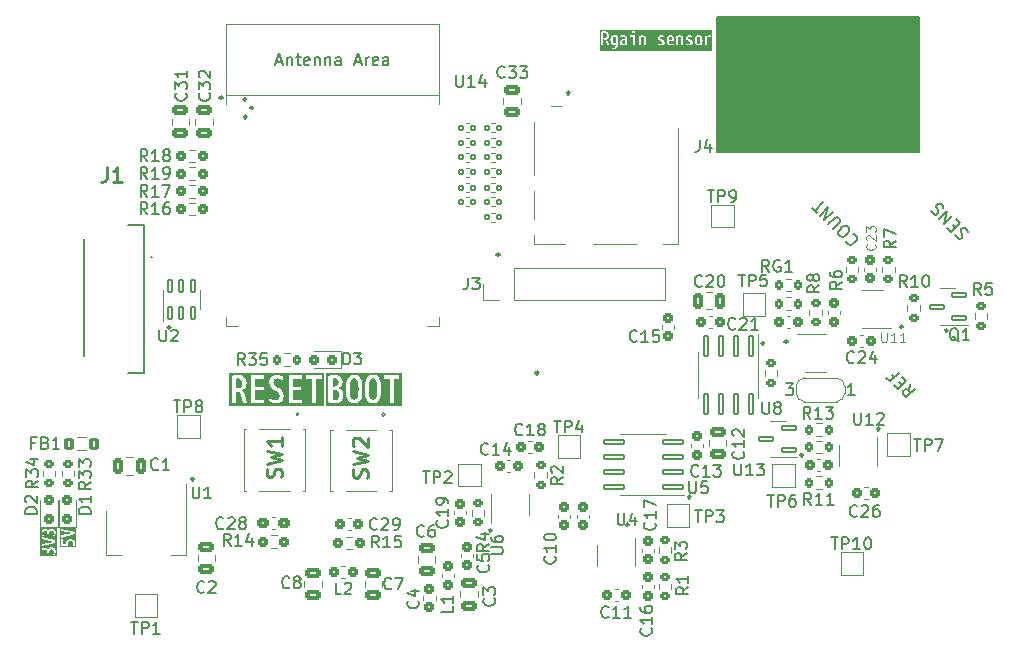
<source format=gbr>
%TF.GenerationSoftware,KiCad,Pcbnew,(6.0.9)*%
%TF.CreationDate,2023-03-07T14:59:43+02:00*%
%TF.ProjectId,GMWPY,474d5750-592e-46b6-9963-61645f706362,rev?*%
%TF.SameCoordinates,Original*%
%TF.FileFunction,Legend,Top*%
%TF.FilePolarity,Positive*%
%FSLAX46Y46*%
G04 Gerber Fmt 4.6, Leading zero omitted, Abs format (unit mm)*
G04 Created by KiCad (PCBNEW (6.0.9)) date 2023-03-07 14:59:43*
%MOMM*%
%LPD*%
G01*
G04 APERTURE LIST*
G04 Aperture macros list*
%AMRoundRect*
0 Rectangle with rounded corners*
0 $1 Rounding radius*
0 $2 $3 $4 $5 $6 $7 $8 $9 X,Y pos of 4 corners*
0 Add a 4 corners polygon primitive as box body*
4,1,4,$2,$3,$4,$5,$6,$7,$8,$9,$2,$3,0*
0 Add four circle primitives for the rounded corners*
1,1,$1+$1,$2,$3*
1,1,$1+$1,$4,$5*
1,1,$1+$1,$6,$7*
1,1,$1+$1,$8,$9*
0 Add four rect primitives between the rounded corners*
20,1,$1+$1,$2,$3,$4,$5,0*
20,1,$1+$1,$4,$5,$6,$7,0*
20,1,$1+$1,$6,$7,$8,$9,0*
20,1,$1+$1,$8,$9,$2,$3,0*%
%AMFreePoly0*
4,1,22,0.500000,-0.700000,0.012584,-0.700000,0.000916,-0.695041,-0.071867,-0.693707,-0.193510,-0.655704,-0.299600,-0.585084,-0.381604,-0.487528,-0.432932,-0.370876,-0.449586,-0.243517,-0.450000,-0.242798,-0.450000,0.247982,-0.449164,0.250000,-0.449502,0.255197,-0.429848,0.381420,-0.375688,0.496779,-0.291323,0.592304,-0.183541,0.660310,-0.061003,0.695331,-0.000306,0.694960,0.012075,0.700000,
0.500000,0.700000,0.500000,-0.700000,0.500000,-0.700000,$1*%
%AMFreePoly1*
4,1,20,-0.000305,0.694960,0.066438,0.694553,0.188542,0.658036,0.295483,0.588720,0.378674,0.492172,0.431423,0.376157,0.450000,0.246438,0.450000,-0.249718,0.449902,-0.257736,0.428212,-0.386659,0.372645,-0.501350,0.287118,-0.595839,0.178514,-0.662521,0.055560,-0.696043,0.000916,-0.695041,-0.011705,-0.700000,-0.500000,-0.700000,-0.500000,0.700000,-0.012368,0.700000,-0.000305,0.694960,
-0.000305,0.694960,$1*%
G04 Aperture macros list end*
%ADD10C,0.150000*%
%ADD11C,0.120000*%
%ADD12C,0.254000*%
%ADD13C,0.200000*%
%ADD14C,0.100000*%
%ADD15RoundRect,0.150000X-0.200000X-0.275000X0.200000X-0.275000X0.200000X0.275000X-0.200000X0.275000X0*%
%ADD16C,3.900000*%
%ADD17FreePoly0,180.000000*%
%ADD18R,0.900000X1.400000*%
%ADD19FreePoly1,180.000000*%
%ADD20R,1.400000X1.400000*%
%ADD21RoundRect,0.168750X0.218750X0.256250X-0.218750X0.256250X-0.218750X-0.256250X0.218750X-0.256250X0*%
%ADD22RoundRect,0.150000X-0.275000X0.200000X-0.275000X-0.200000X0.275000X-0.200000X0.275000X0.200000X0*%
%ADD23RoundRect,0.168750X0.256250X-0.218750X0.256250X0.218750X-0.256250X0.218750X-0.256250X-0.218750X0*%
%ADD24RoundRect,0.175000X-0.225000X-0.250000X0.225000X-0.250000X0.225000X0.250000X-0.225000X0.250000X0*%
%ADD25RoundRect,0.085000X0.135000X0.185000X-0.135000X0.185000X-0.135000X-0.185000X0.135000X-0.185000X0*%
%ADD26RoundRect,0.150000X0.275000X-0.200000X0.275000X0.200000X-0.275000X0.200000X-0.275000X-0.200000X0*%
%ADD27RoundRect,0.200000X-0.475000X0.250000X-0.475000X-0.250000X0.475000X-0.250000X0.475000X0.250000X0*%
%ADD28RoundRect,0.187500X0.250000X0.237500X-0.250000X0.237500X-0.250000X-0.237500X0.250000X-0.237500X0*%
%ADD29RoundRect,0.175000X-0.250000X0.225000X-0.250000X-0.225000X0.250000X-0.225000X0.250000X0.225000X0*%
%ADD30R,0.550000X1.460000*%
%ADD31R,1.460000X0.550000*%
%ADD32R,1.400000X1.900000*%
%ADD33R,3.700000X1.900000*%
%ADD34RoundRect,0.187500X-0.250000X-0.237500X0.250000X-0.237500X0.250000X0.237500X-0.250000X0.237500X0*%
%ADD35RoundRect,0.100000X0.150000X-0.512500X0.150000X0.512500X-0.150000X0.512500X-0.150000X-0.512500X0*%
%ADD36RoundRect,0.150000X0.200000X0.275000X-0.200000X0.275000X-0.200000X-0.275000X0.200000X-0.275000X0*%
%ADD37RoundRect,0.085000X-0.135000X-0.185000X0.135000X-0.185000X0.135000X0.185000X-0.135000X0.185000X0*%
%ADD38RoundRect,0.200000X0.475000X-0.250000X0.475000X0.250000X-0.475000X0.250000X-0.475000X-0.250000X0*%
%ADD39RoundRect,0.175000X0.250000X-0.225000X0.250000X0.225000X-0.250000X0.225000X-0.250000X-0.225000X0*%
%ADD40RoundRect,0.175000X0.225000X0.250000X-0.225000X0.250000X-0.225000X-0.250000X0.225000X-0.250000X0*%
%ADD41R,1.600000X1.600000*%
%ADD42O,1.600000X1.600000*%
%ADD43C,3.500000*%
%ADD44C,5.500000*%
%ADD45C,1.300000*%
%ADD46C,3.350000*%
%ADD47R,1.400000X0.800000*%
%ADD48R,0.800000X1.400000*%
%ADD49R,0.800000X0.800000*%
%ADD50RoundRect,0.100000X0.587500X0.150000X-0.587500X0.150000X-0.587500X-0.150000X0.587500X-0.150000X0*%
%ADD51R,0.750000X1.000000*%
%ADD52R,0.650000X1.000000*%
%ADD53R,1.100000X0.900000*%
%ADD54R,1.800000X1.250000*%
%ADD55R,1.070000X1.700000*%
%ADD56R,1.450000X1.250000*%
%ADD57RoundRect,0.100000X-0.150000X0.825000X-0.150000X-0.825000X0.150000X-0.825000X0.150000X0.825000X0*%
%ADD58RoundRect,0.200000X0.250000X0.475000X-0.250000X0.475000X-0.250000X-0.475000X0.250000X-0.475000X0*%
%ADD59RoundRect,0.200000X-0.250000X-0.475000X0.250000X-0.475000X0.250000X0.475000X-0.250000X0.475000X0*%
%ADD60RoundRect,0.168750X0.218750X0.381250X-0.218750X0.381250X-0.218750X-0.381250X0.218750X-0.381250X0*%
%ADD61RoundRect,0.100000X0.825000X0.150000X-0.825000X0.150000X-0.825000X-0.150000X0.825000X-0.150000X0*%
%ADD62RoundRect,0.187500X-0.300000X-0.237500X0.300000X-0.237500X0.300000X0.237500X-0.300000X0.237500X0*%
%ADD63R,0.600000X0.900000*%
%ADD64O,1.100000X1.900000*%
%ADD65O,1.100000X1.100000*%
G04 APERTURE END LIST*
D10*
X109850000Y-50900000D02*
X126950000Y-50900000D01*
X126950000Y-50900000D02*
X126950000Y-62400000D01*
X126950000Y-62400000D02*
X109850000Y-62400000D01*
X109850000Y-62400000D02*
X109850000Y-50900000D01*
G36*
X109850000Y-50900000D02*
G01*
X126950000Y-50900000D01*
X126950000Y-62400000D01*
X109850000Y-62400000D01*
X109850000Y-50900000D01*
G37*
X91300000Y-70921428D02*
X91442857Y-71064285D01*
X91300000Y-71207142D01*
X91157142Y-71064285D01*
X91300000Y-70921428D01*
X91300000Y-71207142D01*
X94600000Y-80921428D02*
X94742857Y-81064285D01*
X94600000Y-81207142D01*
X94457142Y-81064285D01*
X94600000Y-80921428D01*
X94600000Y-81207142D01*
X69900000Y-59271428D02*
X70042857Y-59414285D01*
X69900000Y-59557142D01*
X69757142Y-59414285D01*
X69900000Y-59271428D01*
X69900000Y-59557142D01*
X70450000Y-58471428D02*
X70592857Y-58614285D01*
X70450000Y-58757142D01*
X70307142Y-58614285D01*
X70450000Y-58471428D01*
X70450000Y-58757142D01*
X69850000Y-57771428D02*
X69992857Y-57914285D01*
X69850000Y-58057142D01*
X69707142Y-57914285D01*
X69850000Y-57771428D01*
X69850000Y-58057142D01*
X67850000Y-57621428D02*
X67992857Y-57764285D01*
X67850000Y-57907142D01*
X67707142Y-57764285D01*
X67850000Y-57621428D01*
X67850000Y-57907142D01*
X97250000Y-57221428D02*
X97392857Y-57364285D01*
X97250000Y-57507142D01*
X97107142Y-57364285D01*
X97250000Y-57221428D01*
X97250000Y-57507142D01*
X129250000Y-77321428D02*
X129392857Y-77464285D01*
X129250000Y-77607142D01*
X129107142Y-77464285D01*
X129250000Y-77321428D01*
X129250000Y-77607142D01*
X125450000Y-77021428D02*
X125592857Y-77164285D01*
X125450000Y-77307142D01*
X125307142Y-77164285D01*
X125450000Y-77021428D01*
X125450000Y-77307142D01*
X113700000Y-78421428D02*
X113842857Y-78564285D01*
X113700000Y-78707142D01*
X113557142Y-78564285D01*
X113700000Y-78421428D01*
X113700000Y-78707142D01*
X115700000Y-78271428D02*
X115842857Y-78414285D01*
X115700000Y-78557142D01*
X115557142Y-78414285D01*
X115700000Y-78271428D01*
X115700000Y-78557142D01*
X123500000Y-85671428D02*
X123642857Y-85814285D01*
X123500000Y-85957142D01*
X123357142Y-85814285D01*
X123500000Y-85671428D01*
X123500000Y-85957142D01*
X117000000Y-87871428D02*
X117142857Y-88014285D01*
X117000000Y-88157142D01*
X116857142Y-88014285D01*
X117000000Y-87871428D01*
X117000000Y-88157142D01*
X107500000Y-91421428D02*
X107642857Y-91564285D01*
X107500000Y-91707142D01*
X107357142Y-91564285D01*
X107500000Y-91421428D01*
X107500000Y-91707142D01*
X102250000Y-93771428D02*
X102392857Y-93914285D01*
X102250000Y-94057142D01*
X102107142Y-93914285D01*
X102250000Y-93771428D01*
X102250000Y-94057142D01*
X90650000Y-94271428D02*
X90792857Y-94414285D01*
X90650000Y-94557142D01*
X90507142Y-94414285D01*
X90650000Y-94271428D01*
X90650000Y-94557142D01*
X65450000Y-89921428D02*
X65592857Y-90064285D01*
X65450000Y-90207142D01*
X65307142Y-90064285D01*
X65450000Y-89921428D01*
X65450000Y-90207142D01*
X63450000Y-77071428D02*
X63592857Y-77214285D01*
X63450000Y-77357142D01*
X63307142Y-77214285D01*
X63450000Y-77071428D01*
X63450000Y-77357142D01*
%TO.C,U9*%
X121364213Y-69309137D02*
X121431557Y-69309137D01*
X121566244Y-69376480D01*
X121633587Y-69443824D01*
X121700931Y-69578511D01*
X121700931Y-69713198D01*
X121667259Y-69814213D01*
X121566244Y-69982572D01*
X121465228Y-70083587D01*
X121296870Y-70184602D01*
X121195854Y-70218274D01*
X121061167Y-70218274D01*
X120926480Y-70150931D01*
X120859137Y-70083587D01*
X120791793Y-69948900D01*
X120791793Y-69881557D01*
X120286717Y-69511167D02*
X120152030Y-69376480D01*
X120118358Y-69275465D01*
X120118358Y-69140778D01*
X120219374Y-68972419D01*
X120455076Y-68736717D01*
X120623435Y-68635702D01*
X120758122Y-68635702D01*
X120859137Y-68669374D01*
X120993824Y-68804061D01*
X121027496Y-68905076D01*
X121027496Y-69039763D01*
X120926480Y-69208122D01*
X120690778Y-69443824D01*
X120522419Y-69544839D01*
X120387732Y-69544839D01*
X120286717Y-69511167D01*
X119680625Y-68905076D02*
X120253045Y-68332656D01*
X120286717Y-68231641D01*
X120286717Y-68164297D01*
X120253045Y-68063282D01*
X120118358Y-67928595D01*
X120017343Y-67894923D01*
X119950000Y-67894923D01*
X119848984Y-67928595D01*
X119276564Y-68501015D01*
X119646954Y-67457190D02*
X118939847Y-68164297D01*
X119242893Y-67053129D01*
X118535786Y-67760236D01*
X118300084Y-67524534D02*
X117896023Y-67120473D01*
X118805160Y-66615397D02*
X118098053Y-67322503D01*
X131065228Y-69142809D02*
X130997885Y-69008122D01*
X130829526Y-68839763D01*
X130728511Y-68806091D01*
X130661167Y-68806091D01*
X130560152Y-68839763D01*
X130492809Y-68907106D01*
X130459137Y-69008122D01*
X130459137Y-69075465D01*
X130492809Y-69176480D01*
X130593824Y-69344839D01*
X130627496Y-69445854D01*
X130627496Y-69513198D01*
X130593824Y-69614213D01*
X130526480Y-69681557D01*
X130425465Y-69715228D01*
X130358122Y-69715228D01*
X130257106Y-69681557D01*
X130088748Y-69513198D01*
X130021404Y-69378511D01*
X130021404Y-68772419D02*
X129785702Y-68536717D01*
X130055076Y-68065312D02*
X130391793Y-68402030D01*
X129684687Y-69109137D01*
X129347969Y-68772419D01*
X129752030Y-67762267D02*
X129044923Y-68469374D01*
X129347969Y-67358206D01*
X128640862Y-68065312D01*
X129011251Y-67088832D02*
X128943908Y-66954145D01*
X128775549Y-66785786D01*
X128674534Y-66752114D01*
X128607190Y-66752114D01*
X128506175Y-66785786D01*
X128438832Y-66853129D01*
X128405160Y-66954145D01*
X128405160Y-67021488D01*
X128438832Y-67122503D01*
X128539847Y-67290862D01*
X128573519Y-67391877D01*
X128573519Y-67459221D01*
X128539847Y-67560236D01*
X128472503Y-67627580D01*
X128371488Y-67661251D01*
X128304145Y-67661251D01*
X128203129Y-67627580D01*
X128034771Y-67459221D01*
X127967427Y-67324534D01*
X126173942Y-82034179D02*
X126072927Y-82606599D01*
X126578003Y-82438240D02*
X125870896Y-83145347D01*
X125601522Y-82875973D01*
X125567851Y-82774957D01*
X125567851Y-82707614D01*
X125601522Y-82606599D01*
X125702538Y-82505583D01*
X125803553Y-82471912D01*
X125870896Y-82471912D01*
X125971912Y-82505583D01*
X126241286Y-82774957D01*
X125500507Y-82101522D02*
X125264805Y-81865820D01*
X125534179Y-81394416D02*
X125870896Y-81731133D01*
X125163790Y-82438240D01*
X124827072Y-82101522D01*
X124625042Y-81226057D02*
X124860744Y-81461759D01*
X125231133Y-81091370D02*
X124524026Y-81798477D01*
X124187309Y-81461759D01*
%TO.C,JP2*%
X115666666Y-81952380D02*
X116285714Y-81952380D01*
X115952380Y-82333333D01*
X116095238Y-82333333D01*
X116190476Y-82380952D01*
X116238095Y-82428571D01*
X116285714Y-82523809D01*
X116285714Y-82761904D01*
X116238095Y-82857142D01*
X116190476Y-82904761D01*
X116095238Y-82952380D01*
X115809523Y-82952380D01*
X115714285Y-82904761D01*
X115666666Y-82857142D01*
X121485714Y-82952380D02*
X120914285Y-82952380D01*
X121200000Y-82952380D02*
X121200000Y-81952380D01*
X121104761Y-82095238D01*
X121009523Y-82190476D01*
X120914285Y-82238095D01*
%TO.C,TP10*%
X119511904Y-95004380D02*
X120083333Y-95004380D01*
X119797619Y-96004380D02*
X119797619Y-95004380D01*
X120416666Y-96004380D02*
X120416666Y-95004380D01*
X120797619Y-95004380D01*
X120892857Y-95052000D01*
X120940476Y-95099619D01*
X120988095Y-95194857D01*
X120988095Y-95337714D01*
X120940476Y-95432952D01*
X120892857Y-95480571D01*
X120797619Y-95528190D01*
X120416666Y-95528190D01*
X121940476Y-96004380D02*
X121369047Y-96004380D01*
X121654761Y-96004380D02*
X121654761Y-95004380D01*
X121559523Y-95147238D01*
X121464285Y-95242476D01*
X121369047Y-95290095D01*
X122559523Y-95004380D02*
X122654761Y-95004380D01*
X122750000Y-95052000D01*
X122797619Y-95099619D01*
X122845238Y-95194857D01*
X122892857Y-95385333D01*
X122892857Y-95623428D01*
X122845238Y-95813904D01*
X122797619Y-95909142D01*
X122750000Y-95956761D01*
X122654761Y-96004380D01*
X122559523Y-96004380D01*
X122464285Y-95956761D01*
X122416666Y-95909142D01*
X122369047Y-95813904D01*
X122321428Y-95623428D01*
X122321428Y-95385333D01*
X122369047Y-95194857D01*
X122416666Y-95099619D01*
X122464285Y-95052000D01*
X122559523Y-95004380D01*
%TO.C,TP9*%
X109038095Y-65604380D02*
X109609523Y-65604380D01*
X109323809Y-66604380D02*
X109323809Y-65604380D01*
X109942857Y-66604380D02*
X109942857Y-65604380D01*
X110323809Y-65604380D01*
X110419047Y-65652000D01*
X110466666Y-65699619D01*
X110514285Y-65794857D01*
X110514285Y-65937714D01*
X110466666Y-66032952D01*
X110419047Y-66080571D01*
X110323809Y-66128190D01*
X109942857Y-66128190D01*
X110990476Y-66604380D02*
X111180952Y-66604380D01*
X111276190Y-66556761D01*
X111323809Y-66509142D01*
X111419047Y-66366285D01*
X111466666Y-66175809D01*
X111466666Y-65794857D01*
X111419047Y-65699619D01*
X111371428Y-65652000D01*
X111276190Y-65604380D01*
X111085714Y-65604380D01*
X110990476Y-65652000D01*
X110942857Y-65699619D01*
X110895238Y-65794857D01*
X110895238Y-66032952D01*
X110942857Y-66128190D01*
X110990476Y-66175809D01*
X111085714Y-66223428D01*
X111276190Y-66223428D01*
X111371428Y-66175809D01*
X111419047Y-66128190D01*
X111466666Y-66032952D01*
%TO.C,TP8*%
X63838095Y-83404380D02*
X64409523Y-83404380D01*
X64123809Y-84404380D02*
X64123809Y-83404380D01*
X64742857Y-84404380D02*
X64742857Y-83404380D01*
X65123809Y-83404380D01*
X65219047Y-83452000D01*
X65266666Y-83499619D01*
X65314285Y-83594857D01*
X65314285Y-83737714D01*
X65266666Y-83832952D01*
X65219047Y-83880571D01*
X65123809Y-83928190D01*
X64742857Y-83928190D01*
X65885714Y-83832952D02*
X65790476Y-83785333D01*
X65742857Y-83737714D01*
X65695238Y-83642476D01*
X65695238Y-83594857D01*
X65742857Y-83499619D01*
X65790476Y-83452000D01*
X65885714Y-83404380D01*
X66076190Y-83404380D01*
X66171428Y-83452000D01*
X66219047Y-83499619D01*
X66266666Y-83594857D01*
X66266666Y-83642476D01*
X66219047Y-83737714D01*
X66171428Y-83785333D01*
X66076190Y-83832952D01*
X65885714Y-83832952D01*
X65790476Y-83880571D01*
X65742857Y-83928190D01*
X65695238Y-84023428D01*
X65695238Y-84213904D01*
X65742857Y-84309142D01*
X65790476Y-84356761D01*
X65885714Y-84404380D01*
X66076190Y-84404380D01*
X66171428Y-84356761D01*
X66219047Y-84309142D01*
X66266666Y-84213904D01*
X66266666Y-84023428D01*
X66219047Y-83928190D01*
X66171428Y-83880571D01*
X66076190Y-83832952D01*
%TO.C,R35*%
X69857142Y-80402380D02*
X69523809Y-79926190D01*
X69285714Y-80402380D02*
X69285714Y-79402380D01*
X69666666Y-79402380D01*
X69761904Y-79450000D01*
X69809523Y-79497619D01*
X69857142Y-79592857D01*
X69857142Y-79735714D01*
X69809523Y-79830952D01*
X69761904Y-79878571D01*
X69666666Y-79926190D01*
X69285714Y-79926190D01*
X70190476Y-79402380D02*
X70809523Y-79402380D01*
X70476190Y-79783333D01*
X70619047Y-79783333D01*
X70714285Y-79830952D01*
X70761904Y-79878571D01*
X70809523Y-79973809D01*
X70809523Y-80211904D01*
X70761904Y-80307142D01*
X70714285Y-80354761D01*
X70619047Y-80402380D01*
X70333333Y-80402380D01*
X70238095Y-80354761D01*
X70190476Y-80307142D01*
X71714285Y-79402380D02*
X71238095Y-79402380D01*
X71190476Y-79878571D01*
X71238095Y-79830952D01*
X71333333Y-79783333D01*
X71571428Y-79783333D01*
X71666666Y-79830952D01*
X71714285Y-79878571D01*
X71761904Y-79973809D01*
X71761904Y-80211904D01*
X71714285Y-80307142D01*
X71666666Y-80354761D01*
X71571428Y-80402380D01*
X71333333Y-80402380D01*
X71238095Y-80354761D01*
X71190476Y-80307142D01*
%TO.C,D3*%
X78211904Y-80352380D02*
X78211904Y-79352380D01*
X78450000Y-79352380D01*
X78592857Y-79400000D01*
X78688095Y-79495238D01*
X78735714Y-79590476D01*
X78783333Y-79780952D01*
X78783333Y-79923809D01*
X78735714Y-80114285D01*
X78688095Y-80209523D01*
X78592857Y-80304761D01*
X78450000Y-80352380D01*
X78211904Y-80352380D01*
X79116666Y-79352380D02*
X79735714Y-79352380D01*
X79402380Y-79733333D01*
X79545238Y-79733333D01*
X79640476Y-79780952D01*
X79688095Y-79828571D01*
X79735714Y-79923809D01*
X79735714Y-80161904D01*
X79688095Y-80257142D01*
X79640476Y-80304761D01*
X79545238Y-80352380D01*
X79259523Y-80352380D01*
X79164285Y-80304761D01*
X79116666Y-80257142D01*
%TO.C,R34*%
X52362380Y-90192857D02*
X51886190Y-90526190D01*
X52362380Y-90764285D02*
X51362380Y-90764285D01*
X51362380Y-90383333D01*
X51410000Y-90288095D01*
X51457619Y-90240476D01*
X51552857Y-90192857D01*
X51695714Y-90192857D01*
X51790952Y-90240476D01*
X51838571Y-90288095D01*
X51886190Y-90383333D01*
X51886190Y-90764285D01*
X51362380Y-89859523D02*
X51362380Y-89240476D01*
X51743333Y-89573809D01*
X51743333Y-89430952D01*
X51790952Y-89335714D01*
X51838571Y-89288095D01*
X51933809Y-89240476D01*
X52171904Y-89240476D01*
X52267142Y-89288095D01*
X52314761Y-89335714D01*
X52362380Y-89430952D01*
X52362380Y-89716666D01*
X52314761Y-89811904D01*
X52267142Y-89859523D01*
X51695714Y-88383333D02*
X52362380Y-88383333D01*
X51314761Y-88621428D02*
X52029047Y-88859523D01*
X52029047Y-88240476D01*
%TO.C,R33*%
X56812380Y-90292857D02*
X56336190Y-90626190D01*
X56812380Y-90864285D02*
X55812380Y-90864285D01*
X55812380Y-90483333D01*
X55860000Y-90388095D01*
X55907619Y-90340476D01*
X56002857Y-90292857D01*
X56145714Y-90292857D01*
X56240952Y-90340476D01*
X56288571Y-90388095D01*
X56336190Y-90483333D01*
X56336190Y-90864285D01*
X55812380Y-89959523D02*
X55812380Y-89340476D01*
X56193333Y-89673809D01*
X56193333Y-89530952D01*
X56240952Y-89435714D01*
X56288571Y-89388095D01*
X56383809Y-89340476D01*
X56621904Y-89340476D01*
X56717142Y-89388095D01*
X56764761Y-89435714D01*
X56812380Y-89530952D01*
X56812380Y-89816666D01*
X56764761Y-89911904D01*
X56717142Y-89959523D01*
X55812380Y-89007142D02*
X55812380Y-88388095D01*
X56193333Y-88721428D01*
X56193333Y-88578571D01*
X56240952Y-88483333D01*
X56288571Y-88435714D01*
X56383809Y-88388095D01*
X56621904Y-88388095D01*
X56717142Y-88435714D01*
X56764761Y-88483333D01*
X56812380Y-88578571D01*
X56812380Y-88864285D01*
X56764761Y-88959523D01*
X56717142Y-89007142D01*
%TO.C,D2*%
X52262380Y-92988095D02*
X51262380Y-92988095D01*
X51262380Y-92750000D01*
X51310000Y-92607142D01*
X51405238Y-92511904D01*
X51500476Y-92464285D01*
X51690952Y-92416666D01*
X51833809Y-92416666D01*
X52024285Y-92464285D01*
X52119523Y-92511904D01*
X52214761Y-92607142D01*
X52262380Y-92750000D01*
X52262380Y-92988095D01*
X51357619Y-92035714D02*
X51310000Y-91988095D01*
X51262380Y-91892857D01*
X51262380Y-91654761D01*
X51310000Y-91559523D01*
X51357619Y-91511904D01*
X51452857Y-91464285D01*
X51548095Y-91464285D01*
X51690952Y-91511904D01*
X52262380Y-92083333D01*
X52262380Y-91464285D01*
%TO.C,D1*%
X56802380Y-92988095D02*
X55802380Y-92988095D01*
X55802380Y-92750000D01*
X55850000Y-92607142D01*
X55945238Y-92511904D01*
X56040476Y-92464285D01*
X56230952Y-92416666D01*
X56373809Y-92416666D01*
X56564285Y-92464285D01*
X56659523Y-92511904D01*
X56754761Y-92607142D01*
X56802380Y-92750000D01*
X56802380Y-92988095D01*
X56802380Y-91464285D02*
X56802380Y-92035714D01*
X56802380Y-91750000D02*
X55802380Y-91750000D01*
X55945238Y-91845238D01*
X56040476Y-91940476D01*
X56088095Y-92035714D01*
%TO.C,C29*%
X81057142Y-94257142D02*
X81009523Y-94304761D01*
X80866666Y-94352380D01*
X80771428Y-94352380D01*
X80628571Y-94304761D01*
X80533333Y-94209523D01*
X80485714Y-94114285D01*
X80438095Y-93923809D01*
X80438095Y-93780952D01*
X80485714Y-93590476D01*
X80533333Y-93495238D01*
X80628571Y-93400000D01*
X80771428Y-93352380D01*
X80866666Y-93352380D01*
X81009523Y-93400000D01*
X81057142Y-93447619D01*
X81438095Y-93447619D02*
X81485714Y-93400000D01*
X81580952Y-93352380D01*
X81819047Y-93352380D01*
X81914285Y-93400000D01*
X81961904Y-93447619D01*
X82009523Y-93542857D01*
X82009523Y-93638095D01*
X81961904Y-93780952D01*
X81390476Y-94352380D01*
X82009523Y-94352380D01*
X82485714Y-94352380D02*
X82676190Y-94352380D01*
X82771428Y-94304761D01*
X82819047Y-94257142D01*
X82914285Y-94114285D01*
X82961904Y-93923809D01*
X82961904Y-93542857D01*
X82914285Y-93447619D01*
X82866666Y-93400000D01*
X82771428Y-93352380D01*
X82580952Y-93352380D01*
X82485714Y-93400000D01*
X82438095Y-93447619D01*
X82390476Y-93542857D01*
X82390476Y-93780952D01*
X82438095Y-93876190D01*
X82485714Y-93923809D01*
X82580952Y-93971428D01*
X82771428Y-93971428D01*
X82866666Y-93923809D01*
X82914285Y-93876190D01*
X82961904Y-93780952D01*
%TO.C,R8*%
X118502380Y-73666666D02*
X118026190Y-74000000D01*
X118502380Y-74238095D02*
X117502380Y-74238095D01*
X117502380Y-73857142D01*
X117550000Y-73761904D01*
X117597619Y-73714285D01*
X117692857Y-73666666D01*
X117835714Y-73666666D01*
X117930952Y-73714285D01*
X117978571Y-73761904D01*
X118026190Y-73857142D01*
X118026190Y-74238095D01*
X117930952Y-73095238D02*
X117883333Y-73190476D01*
X117835714Y-73238095D01*
X117740476Y-73285714D01*
X117692857Y-73285714D01*
X117597619Y-73238095D01*
X117550000Y-73190476D01*
X117502380Y-73095238D01*
X117502380Y-72904761D01*
X117550000Y-72809523D01*
X117597619Y-72761904D01*
X117692857Y-72714285D01*
X117740476Y-72714285D01*
X117835714Y-72761904D01*
X117883333Y-72809523D01*
X117930952Y-72904761D01*
X117930952Y-73095238D01*
X117978571Y-73190476D01*
X118026190Y-73238095D01*
X118121428Y-73285714D01*
X118311904Y-73285714D01*
X118407142Y-73238095D01*
X118454761Y-73190476D01*
X118502380Y-73095238D01*
X118502380Y-72904761D01*
X118454761Y-72809523D01*
X118407142Y-72761904D01*
X118311904Y-72714285D01*
X118121428Y-72714285D01*
X118026190Y-72761904D01*
X117978571Y-72809523D01*
X117930952Y-72904761D01*
%TO.C,C7*%
X82263333Y-99307142D02*
X82215714Y-99354761D01*
X82072857Y-99402380D01*
X81977619Y-99402380D01*
X81834761Y-99354761D01*
X81739523Y-99259523D01*
X81691904Y-99164285D01*
X81644285Y-98973809D01*
X81644285Y-98830952D01*
X81691904Y-98640476D01*
X81739523Y-98545238D01*
X81834761Y-98450000D01*
X81977619Y-98402380D01*
X82072857Y-98402380D01*
X82215714Y-98450000D01*
X82263333Y-98497619D01*
X82596666Y-98402380D02*
X83263333Y-98402380D01*
X82834761Y-99402380D01*
%TO.C,R15*%
X81207142Y-95852380D02*
X80873809Y-95376190D01*
X80635714Y-95852380D02*
X80635714Y-94852380D01*
X81016666Y-94852380D01*
X81111904Y-94900000D01*
X81159523Y-94947619D01*
X81207142Y-95042857D01*
X81207142Y-95185714D01*
X81159523Y-95280952D01*
X81111904Y-95328571D01*
X81016666Y-95376190D01*
X80635714Y-95376190D01*
X82159523Y-95852380D02*
X81588095Y-95852380D01*
X81873809Y-95852380D02*
X81873809Y-94852380D01*
X81778571Y-94995238D01*
X81683333Y-95090476D01*
X81588095Y-95138095D01*
X83064285Y-94852380D02*
X82588095Y-94852380D01*
X82540476Y-95328571D01*
X82588095Y-95280952D01*
X82683333Y-95233333D01*
X82921428Y-95233333D01*
X83016666Y-95280952D01*
X83064285Y-95328571D01*
X83111904Y-95423809D01*
X83111904Y-95661904D01*
X83064285Y-95757142D01*
X83016666Y-95804761D01*
X82921428Y-95852380D01*
X82683333Y-95852380D01*
X82588095Y-95804761D01*
X82540476Y-95757142D01*
%TO.C,C13*%
X108257142Y-89757142D02*
X108209523Y-89804761D01*
X108066666Y-89852380D01*
X107971428Y-89852380D01*
X107828571Y-89804761D01*
X107733333Y-89709523D01*
X107685714Y-89614285D01*
X107638095Y-89423809D01*
X107638095Y-89280952D01*
X107685714Y-89090476D01*
X107733333Y-88995238D01*
X107828571Y-88900000D01*
X107971428Y-88852380D01*
X108066666Y-88852380D01*
X108209523Y-88900000D01*
X108257142Y-88947619D01*
X109209523Y-89852380D02*
X108638095Y-89852380D01*
X108923809Y-89852380D02*
X108923809Y-88852380D01*
X108828571Y-88995238D01*
X108733333Y-89090476D01*
X108638095Y-89138095D01*
X109542857Y-88852380D02*
X110161904Y-88852380D01*
X109828571Y-89233333D01*
X109971428Y-89233333D01*
X110066666Y-89280952D01*
X110114285Y-89328571D01*
X110161904Y-89423809D01*
X110161904Y-89661904D01*
X110114285Y-89757142D01*
X110066666Y-89804761D01*
X109971428Y-89852380D01*
X109685714Y-89852380D01*
X109590476Y-89804761D01*
X109542857Y-89757142D01*
%TO.C,U12*%
X121461904Y-84452380D02*
X121461904Y-85261904D01*
X121509523Y-85357142D01*
X121557142Y-85404761D01*
X121652380Y-85452380D01*
X121842857Y-85452380D01*
X121938095Y-85404761D01*
X121985714Y-85357142D01*
X122033333Y-85261904D01*
X122033333Y-84452380D01*
X123033333Y-85452380D02*
X122461904Y-85452380D01*
X122747619Y-85452380D02*
X122747619Y-84452380D01*
X122652380Y-84595238D01*
X122557142Y-84690476D01*
X122461904Y-84738095D01*
X123414285Y-84547619D02*
X123461904Y-84500000D01*
X123557142Y-84452380D01*
X123795238Y-84452380D01*
X123890476Y-84500000D01*
X123938095Y-84547619D01*
X123985714Y-84642857D01*
X123985714Y-84738095D01*
X123938095Y-84880952D01*
X123366666Y-85452380D01*
X123985714Y-85452380D01*
%TO.C,U1*%
X65438095Y-90702380D02*
X65438095Y-91511904D01*
X65485714Y-91607142D01*
X65533333Y-91654761D01*
X65628571Y-91702380D01*
X65819047Y-91702380D01*
X65914285Y-91654761D01*
X65961904Y-91607142D01*
X66009523Y-91511904D01*
X66009523Y-90702380D01*
X67009523Y-91702380D02*
X66438095Y-91702380D01*
X66723809Y-91702380D02*
X66723809Y-90702380D01*
X66628571Y-90845238D01*
X66533333Y-90940476D01*
X66438095Y-90988095D01*
%TO.C,R10*%
X125907142Y-73802380D02*
X125573809Y-73326190D01*
X125335714Y-73802380D02*
X125335714Y-72802380D01*
X125716666Y-72802380D01*
X125811904Y-72850000D01*
X125859523Y-72897619D01*
X125907142Y-72992857D01*
X125907142Y-73135714D01*
X125859523Y-73230952D01*
X125811904Y-73278571D01*
X125716666Y-73326190D01*
X125335714Y-73326190D01*
X126859523Y-73802380D02*
X126288095Y-73802380D01*
X126573809Y-73802380D02*
X126573809Y-72802380D01*
X126478571Y-72945238D01*
X126383333Y-73040476D01*
X126288095Y-73088095D01*
X127478571Y-72802380D02*
X127573809Y-72802380D01*
X127669047Y-72850000D01*
X127716666Y-72897619D01*
X127764285Y-72992857D01*
X127811904Y-73183333D01*
X127811904Y-73421428D01*
X127764285Y-73611904D01*
X127716666Y-73707142D01*
X127669047Y-73754761D01*
X127573809Y-73802380D01*
X127478571Y-73802380D01*
X127383333Y-73754761D01*
X127335714Y-73707142D01*
X127288095Y-73611904D01*
X127240476Y-73421428D01*
X127240476Y-73183333D01*
X127288095Y-72992857D01*
X127335714Y-72897619D01*
X127383333Y-72850000D01*
X127478571Y-72802380D01*
%TO.C,R16*%
X61607142Y-67642380D02*
X61273809Y-67166190D01*
X61035714Y-67642380D02*
X61035714Y-66642380D01*
X61416666Y-66642380D01*
X61511904Y-66690000D01*
X61559523Y-66737619D01*
X61607142Y-66832857D01*
X61607142Y-66975714D01*
X61559523Y-67070952D01*
X61511904Y-67118571D01*
X61416666Y-67166190D01*
X61035714Y-67166190D01*
X62559523Y-67642380D02*
X61988095Y-67642380D01*
X62273809Y-67642380D02*
X62273809Y-66642380D01*
X62178571Y-66785238D01*
X62083333Y-66880476D01*
X61988095Y-66928095D01*
X63416666Y-66642380D02*
X63226190Y-66642380D01*
X63130952Y-66690000D01*
X63083333Y-66737619D01*
X62988095Y-66880476D01*
X62940476Y-67070952D01*
X62940476Y-67451904D01*
X62988095Y-67547142D01*
X63035714Y-67594761D01*
X63130952Y-67642380D01*
X63321428Y-67642380D01*
X63416666Y-67594761D01*
X63464285Y-67547142D01*
X63511904Y-67451904D01*
X63511904Y-67213809D01*
X63464285Y-67118571D01*
X63416666Y-67070952D01*
X63321428Y-67023333D01*
X63130952Y-67023333D01*
X63035714Y-67070952D01*
X62988095Y-67118571D01*
X62940476Y-67213809D01*
%TO.C,TP6*%
X114088095Y-91402380D02*
X114659523Y-91402380D01*
X114373809Y-92402380D02*
X114373809Y-91402380D01*
X114992857Y-92402380D02*
X114992857Y-91402380D01*
X115373809Y-91402380D01*
X115469047Y-91450000D01*
X115516666Y-91497619D01*
X115564285Y-91592857D01*
X115564285Y-91735714D01*
X115516666Y-91830952D01*
X115469047Y-91878571D01*
X115373809Y-91926190D01*
X114992857Y-91926190D01*
X116421428Y-91402380D02*
X116230952Y-91402380D01*
X116135714Y-91450000D01*
X116088095Y-91497619D01*
X115992857Y-91640476D01*
X115945238Y-91830952D01*
X115945238Y-92211904D01*
X115992857Y-92307142D01*
X116040476Y-92354761D01*
X116135714Y-92402380D01*
X116326190Y-92402380D01*
X116421428Y-92354761D01*
X116469047Y-92307142D01*
X116516666Y-92211904D01*
X116516666Y-91973809D01*
X116469047Y-91878571D01*
X116421428Y-91830952D01*
X116326190Y-91783333D01*
X116135714Y-91783333D01*
X116040476Y-91830952D01*
X115992857Y-91878571D01*
X115945238Y-91973809D01*
%TO.C,R18*%
X61607142Y-63152380D02*
X61273809Y-62676190D01*
X61035714Y-63152380D02*
X61035714Y-62152380D01*
X61416666Y-62152380D01*
X61511904Y-62200000D01*
X61559523Y-62247619D01*
X61607142Y-62342857D01*
X61607142Y-62485714D01*
X61559523Y-62580952D01*
X61511904Y-62628571D01*
X61416666Y-62676190D01*
X61035714Y-62676190D01*
X62559523Y-63152380D02*
X61988095Y-63152380D01*
X62273809Y-63152380D02*
X62273809Y-62152380D01*
X62178571Y-62295238D01*
X62083333Y-62390476D01*
X61988095Y-62438095D01*
X63130952Y-62580952D02*
X63035714Y-62533333D01*
X62988095Y-62485714D01*
X62940476Y-62390476D01*
X62940476Y-62342857D01*
X62988095Y-62247619D01*
X63035714Y-62200000D01*
X63130952Y-62152380D01*
X63321428Y-62152380D01*
X63416666Y-62200000D01*
X63464285Y-62247619D01*
X63511904Y-62342857D01*
X63511904Y-62390476D01*
X63464285Y-62485714D01*
X63416666Y-62533333D01*
X63321428Y-62580952D01*
X63130952Y-62580952D01*
X63035714Y-62628571D01*
X62988095Y-62676190D01*
X62940476Y-62771428D01*
X62940476Y-62961904D01*
X62988095Y-63057142D01*
X63035714Y-63104761D01*
X63130952Y-63152380D01*
X63321428Y-63152380D01*
X63416666Y-63104761D01*
X63464285Y-63057142D01*
X63511904Y-62961904D01*
X63511904Y-62771428D01*
X63464285Y-62676190D01*
X63416666Y-62628571D01*
X63321428Y-62580952D01*
D11*
%TO.C,U11*%
X123759523Y-77661904D02*
X123759523Y-78309523D01*
X123797619Y-78385714D01*
X123835714Y-78423809D01*
X123911904Y-78461904D01*
X124064285Y-78461904D01*
X124140476Y-78423809D01*
X124178571Y-78385714D01*
X124216666Y-78309523D01*
X124216666Y-77661904D01*
X125016666Y-78461904D02*
X124559523Y-78461904D01*
X124788095Y-78461904D02*
X124788095Y-77661904D01*
X124711904Y-77776190D01*
X124635714Y-77852380D01*
X124559523Y-77890476D01*
X125778571Y-78461904D02*
X125321428Y-78461904D01*
X125550000Y-78461904D02*
X125550000Y-77661904D01*
X125473809Y-77776190D01*
X125397619Y-77852380D01*
X125321428Y-77890476D01*
D10*
%TO.C,U2*%
X62638095Y-77402380D02*
X62638095Y-78211904D01*
X62685714Y-78307142D01*
X62733333Y-78354761D01*
X62828571Y-78402380D01*
X63019047Y-78402380D01*
X63114285Y-78354761D01*
X63161904Y-78307142D01*
X63209523Y-78211904D01*
X63209523Y-77402380D01*
X63638095Y-77497619D02*
X63685714Y-77450000D01*
X63780952Y-77402380D01*
X64019047Y-77402380D01*
X64114285Y-77450000D01*
X64161904Y-77497619D01*
X64209523Y-77592857D01*
X64209523Y-77688095D01*
X64161904Y-77830952D01*
X63590476Y-78402380D01*
X64209523Y-78402380D01*
%TO.C,TP7*%
X126528095Y-86687380D02*
X127099523Y-86687380D01*
X126813809Y-87687380D02*
X126813809Y-86687380D01*
X127432857Y-87687380D02*
X127432857Y-86687380D01*
X127813809Y-86687380D01*
X127909047Y-86735000D01*
X127956666Y-86782619D01*
X128004285Y-86877857D01*
X128004285Y-87020714D01*
X127956666Y-87115952D01*
X127909047Y-87163571D01*
X127813809Y-87211190D01*
X127432857Y-87211190D01*
X128337619Y-86687380D02*
X129004285Y-86687380D01*
X128575714Y-87687380D01*
%TO.C,L1*%
X87452380Y-100816666D02*
X87452380Y-101292857D01*
X86452380Y-101292857D01*
X87452380Y-99959523D02*
X87452380Y-100530952D01*
X87452380Y-100245238D02*
X86452380Y-100245238D01*
X86595238Y-100340476D01*
X86690476Y-100435714D01*
X86738095Y-100530952D01*
%TO.C,C33*%
X91857142Y-56007142D02*
X91809523Y-56054761D01*
X91666666Y-56102380D01*
X91571428Y-56102380D01*
X91428571Y-56054761D01*
X91333333Y-55959523D01*
X91285714Y-55864285D01*
X91238095Y-55673809D01*
X91238095Y-55530952D01*
X91285714Y-55340476D01*
X91333333Y-55245238D01*
X91428571Y-55150000D01*
X91571428Y-55102380D01*
X91666666Y-55102380D01*
X91809523Y-55150000D01*
X91857142Y-55197619D01*
X92190476Y-55102380D02*
X92809523Y-55102380D01*
X92476190Y-55483333D01*
X92619047Y-55483333D01*
X92714285Y-55530952D01*
X92761904Y-55578571D01*
X92809523Y-55673809D01*
X92809523Y-55911904D01*
X92761904Y-56007142D01*
X92714285Y-56054761D01*
X92619047Y-56102380D01*
X92333333Y-56102380D01*
X92238095Y-56054761D01*
X92190476Y-56007142D01*
X93142857Y-55102380D02*
X93761904Y-55102380D01*
X93428571Y-55483333D01*
X93571428Y-55483333D01*
X93666666Y-55530952D01*
X93714285Y-55578571D01*
X93761904Y-55673809D01*
X93761904Y-55911904D01*
X93714285Y-56007142D01*
X93666666Y-56054761D01*
X93571428Y-56102380D01*
X93285714Y-56102380D01*
X93190476Y-56054761D01*
X93142857Y-56007142D01*
%TO.C,TP4*%
X96048095Y-85114380D02*
X96619523Y-85114380D01*
X96333809Y-86114380D02*
X96333809Y-85114380D01*
X96952857Y-86114380D02*
X96952857Y-85114380D01*
X97333809Y-85114380D01*
X97429047Y-85162000D01*
X97476666Y-85209619D01*
X97524285Y-85304857D01*
X97524285Y-85447714D01*
X97476666Y-85542952D01*
X97429047Y-85590571D01*
X97333809Y-85638190D01*
X96952857Y-85638190D01*
X98381428Y-85447714D02*
X98381428Y-86114380D01*
X98143333Y-85066761D02*
X97905238Y-85781047D01*
X98524285Y-85781047D01*
%TO.C,C16*%
X104257142Y-102692857D02*
X104304761Y-102740476D01*
X104352380Y-102883333D01*
X104352380Y-102978571D01*
X104304761Y-103121428D01*
X104209523Y-103216666D01*
X104114285Y-103264285D01*
X103923809Y-103311904D01*
X103780952Y-103311904D01*
X103590476Y-103264285D01*
X103495238Y-103216666D01*
X103400000Y-103121428D01*
X103352380Y-102978571D01*
X103352380Y-102883333D01*
X103400000Y-102740476D01*
X103447619Y-102692857D01*
X104352380Y-101740476D02*
X104352380Y-102311904D01*
X104352380Y-102026190D02*
X103352380Y-102026190D01*
X103495238Y-102121428D01*
X103590476Y-102216666D01*
X103638095Y-102311904D01*
X103352380Y-100883333D02*
X103352380Y-101073809D01*
X103400000Y-101169047D01*
X103447619Y-101216666D01*
X103590476Y-101311904D01*
X103780952Y-101359523D01*
X104161904Y-101359523D01*
X104257142Y-101311904D01*
X104304761Y-101264285D01*
X104352380Y-101169047D01*
X104352380Y-100978571D01*
X104304761Y-100883333D01*
X104257142Y-100835714D01*
X104161904Y-100788095D01*
X103923809Y-100788095D01*
X103828571Y-100835714D01*
X103780952Y-100883333D01*
X103733333Y-100978571D01*
X103733333Y-101169047D01*
X103780952Y-101264285D01*
X103828571Y-101311904D01*
X103923809Y-101359523D01*
%TO.C,C31*%
X64857142Y-57392857D02*
X64904761Y-57440476D01*
X64952380Y-57583333D01*
X64952380Y-57678571D01*
X64904761Y-57821428D01*
X64809523Y-57916666D01*
X64714285Y-57964285D01*
X64523809Y-58011904D01*
X64380952Y-58011904D01*
X64190476Y-57964285D01*
X64095238Y-57916666D01*
X64000000Y-57821428D01*
X63952380Y-57678571D01*
X63952380Y-57583333D01*
X64000000Y-57440476D01*
X64047619Y-57392857D01*
X63952380Y-57059523D02*
X63952380Y-56440476D01*
X64333333Y-56773809D01*
X64333333Y-56630952D01*
X64380952Y-56535714D01*
X64428571Y-56488095D01*
X64523809Y-56440476D01*
X64761904Y-56440476D01*
X64857142Y-56488095D01*
X64904761Y-56535714D01*
X64952380Y-56630952D01*
X64952380Y-56916666D01*
X64904761Y-57011904D01*
X64857142Y-57059523D01*
X64952380Y-55488095D02*
X64952380Y-56059523D01*
X64952380Y-55773809D02*
X63952380Y-55773809D01*
X64095238Y-55869047D01*
X64190476Y-55964285D01*
X64238095Y-56059523D01*
D11*
%TO.C,C23*%
X123185714Y-70164285D02*
X123223809Y-70202380D01*
X123261904Y-70316666D01*
X123261904Y-70392857D01*
X123223809Y-70507142D01*
X123147619Y-70583333D01*
X123071428Y-70621428D01*
X122919047Y-70659523D01*
X122804761Y-70659523D01*
X122652380Y-70621428D01*
X122576190Y-70583333D01*
X122500000Y-70507142D01*
X122461904Y-70392857D01*
X122461904Y-70316666D01*
X122500000Y-70202380D01*
X122538095Y-70164285D01*
X122538095Y-69859523D02*
X122500000Y-69821428D01*
X122461904Y-69745238D01*
X122461904Y-69554761D01*
X122500000Y-69478571D01*
X122538095Y-69440476D01*
X122614285Y-69402380D01*
X122690476Y-69402380D01*
X122804761Y-69440476D01*
X123261904Y-69897619D01*
X123261904Y-69402380D01*
X122461904Y-69135714D02*
X122461904Y-68640476D01*
X122766666Y-68907142D01*
X122766666Y-68792857D01*
X122804761Y-68716666D01*
X122842857Y-68678571D01*
X122919047Y-68640476D01*
X123109523Y-68640476D01*
X123185714Y-68678571D01*
X123223809Y-68716666D01*
X123261904Y-68792857D01*
X123261904Y-69021428D01*
X123223809Y-69097619D01*
X123185714Y-69135714D01*
D10*
%TO.C,TP1*%
X60238095Y-102152380D02*
X60809523Y-102152380D01*
X60523809Y-103152380D02*
X60523809Y-102152380D01*
X61142857Y-103152380D02*
X61142857Y-102152380D01*
X61523809Y-102152380D01*
X61619047Y-102200000D01*
X61666666Y-102247619D01*
X61714285Y-102342857D01*
X61714285Y-102485714D01*
X61666666Y-102580952D01*
X61619047Y-102628571D01*
X61523809Y-102676190D01*
X61142857Y-102676190D01*
X62666666Y-103152380D02*
X62095238Y-103152380D01*
X62380952Y-103152380D02*
X62380952Y-102152380D01*
X62285714Y-102295238D01*
X62190476Y-102390476D01*
X62095238Y-102438095D01*
%TO.C,TP5*%
X111638095Y-72752380D02*
X112209523Y-72752380D01*
X111923809Y-73752380D02*
X111923809Y-72752380D01*
X112542857Y-73752380D02*
X112542857Y-72752380D01*
X112923809Y-72752380D01*
X113019047Y-72800000D01*
X113066666Y-72847619D01*
X113114285Y-72942857D01*
X113114285Y-73085714D01*
X113066666Y-73180952D01*
X113019047Y-73228571D01*
X112923809Y-73276190D01*
X112542857Y-73276190D01*
X114019047Y-72752380D02*
X113542857Y-72752380D01*
X113495238Y-73228571D01*
X113542857Y-73180952D01*
X113638095Y-73133333D01*
X113876190Y-73133333D01*
X113971428Y-73180952D01*
X114019047Y-73228571D01*
X114066666Y-73323809D01*
X114066666Y-73561904D01*
X114019047Y-73657142D01*
X113971428Y-73704761D01*
X113876190Y-73752380D01*
X113638095Y-73752380D01*
X113542857Y-73704761D01*
X113495238Y-73657142D01*
%TO.C,R13*%
X117757142Y-84952380D02*
X117423809Y-84476190D01*
X117185714Y-84952380D02*
X117185714Y-83952380D01*
X117566666Y-83952380D01*
X117661904Y-84000000D01*
X117709523Y-84047619D01*
X117757142Y-84142857D01*
X117757142Y-84285714D01*
X117709523Y-84380952D01*
X117661904Y-84428571D01*
X117566666Y-84476190D01*
X117185714Y-84476190D01*
X118709523Y-84952380D02*
X118138095Y-84952380D01*
X118423809Y-84952380D02*
X118423809Y-83952380D01*
X118328571Y-84095238D01*
X118233333Y-84190476D01*
X118138095Y-84238095D01*
X119042857Y-83952380D02*
X119661904Y-83952380D01*
X119328571Y-84333333D01*
X119471428Y-84333333D01*
X119566666Y-84380952D01*
X119614285Y-84428571D01*
X119661904Y-84523809D01*
X119661904Y-84761904D01*
X119614285Y-84857142D01*
X119566666Y-84904761D01*
X119471428Y-84952380D01*
X119185714Y-84952380D01*
X119090476Y-84904761D01*
X119042857Y-84857142D01*
%TO.C,C24*%
X121442142Y-80152142D02*
X121394523Y-80199761D01*
X121251666Y-80247380D01*
X121156428Y-80247380D01*
X121013571Y-80199761D01*
X120918333Y-80104523D01*
X120870714Y-80009285D01*
X120823095Y-79818809D01*
X120823095Y-79675952D01*
X120870714Y-79485476D01*
X120918333Y-79390238D01*
X121013571Y-79295000D01*
X121156428Y-79247380D01*
X121251666Y-79247380D01*
X121394523Y-79295000D01*
X121442142Y-79342619D01*
X121823095Y-79342619D02*
X121870714Y-79295000D01*
X121965952Y-79247380D01*
X122204047Y-79247380D01*
X122299285Y-79295000D01*
X122346904Y-79342619D01*
X122394523Y-79437857D01*
X122394523Y-79533095D01*
X122346904Y-79675952D01*
X121775476Y-80247380D01*
X122394523Y-80247380D01*
X123251666Y-79580714D02*
X123251666Y-80247380D01*
X123013571Y-79199761D02*
X122775476Y-79914047D01*
X123394523Y-79914047D01*
%TO.C,J3*%
X88736666Y-73002380D02*
X88736666Y-73716666D01*
X88689047Y-73859523D01*
X88593809Y-73954761D01*
X88450952Y-74002380D01*
X88355714Y-74002380D01*
X89117619Y-73002380D02*
X89736666Y-73002380D01*
X89403333Y-73383333D01*
X89546190Y-73383333D01*
X89641428Y-73430952D01*
X89689047Y-73478571D01*
X89736666Y-73573809D01*
X89736666Y-73811904D01*
X89689047Y-73907142D01*
X89641428Y-73954761D01*
X89546190Y-74002380D01*
X89260476Y-74002380D01*
X89165238Y-73954761D01*
X89117619Y-73907142D01*
%TO.C,L2*%
X78033333Y-99832380D02*
X77557142Y-99832380D01*
X77557142Y-98832380D01*
X78319047Y-98927619D02*
X78366666Y-98880000D01*
X78461904Y-98832380D01*
X78700000Y-98832380D01*
X78795238Y-98880000D01*
X78842857Y-98927619D01*
X78890476Y-99022857D01*
X78890476Y-99118095D01*
X78842857Y-99260952D01*
X78271428Y-99832380D01*
X78890476Y-99832380D01*
%TO.C,C6*%
X85033333Y-94857142D02*
X84985714Y-94904761D01*
X84842857Y-94952380D01*
X84747619Y-94952380D01*
X84604761Y-94904761D01*
X84509523Y-94809523D01*
X84461904Y-94714285D01*
X84414285Y-94523809D01*
X84414285Y-94380952D01*
X84461904Y-94190476D01*
X84509523Y-94095238D01*
X84604761Y-94000000D01*
X84747619Y-93952380D01*
X84842857Y-93952380D01*
X84985714Y-94000000D01*
X85033333Y-94047619D01*
X85890476Y-93952380D02*
X85700000Y-93952380D01*
X85604761Y-94000000D01*
X85557142Y-94047619D01*
X85461904Y-94190476D01*
X85414285Y-94380952D01*
X85414285Y-94761904D01*
X85461904Y-94857142D01*
X85509523Y-94904761D01*
X85604761Y-94952380D01*
X85795238Y-94952380D01*
X85890476Y-94904761D01*
X85938095Y-94857142D01*
X85985714Y-94761904D01*
X85985714Y-94523809D01*
X85938095Y-94428571D01*
X85890476Y-94380952D01*
X85795238Y-94333333D01*
X85604761Y-94333333D01*
X85509523Y-94380952D01*
X85461904Y-94428571D01*
X85414285Y-94523809D01*
%TO.C,C19*%
X86977142Y-93552857D02*
X87024761Y-93600476D01*
X87072380Y-93743333D01*
X87072380Y-93838571D01*
X87024761Y-93981428D01*
X86929523Y-94076666D01*
X86834285Y-94124285D01*
X86643809Y-94171904D01*
X86500952Y-94171904D01*
X86310476Y-94124285D01*
X86215238Y-94076666D01*
X86120000Y-93981428D01*
X86072380Y-93838571D01*
X86072380Y-93743333D01*
X86120000Y-93600476D01*
X86167619Y-93552857D01*
X87072380Y-92600476D02*
X87072380Y-93171904D01*
X87072380Y-92886190D02*
X86072380Y-92886190D01*
X86215238Y-92981428D01*
X86310476Y-93076666D01*
X86358095Y-93171904D01*
X87072380Y-92124285D02*
X87072380Y-91933809D01*
X87024761Y-91838571D01*
X86977142Y-91790952D01*
X86834285Y-91695714D01*
X86643809Y-91648095D01*
X86262857Y-91648095D01*
X86167619Y-91695714D01*
X86120000Y-91743333D01*
X86072380Y-91838571D01*
X86072380Y-92029047D01*
X86120000Y-92124285D01*
X86167619Y-92171904D01*
X86262857Y-92219523D01*
X86500952Y-92219523D01*
X86596190Y-92171904D01*
X86643809Y-92124285D01*
X86691428Y-92029047D01*
X86691428Y-91838571D01*
X86643809Y-91743333D01*
X86596190Y-91695714D01*
X86500952Y-91648095D01*
%TO.C,C10*%
X96107142Y-96592857D02*
X96154761Y-96640476D01*
X96202380Y-96783333D01*
X96202380Y-96878571D01*
X96154761Y-97021428D01*
X96059523Y-97116666D01*
X95964285Y-97164285D01*
X95773809Y-97211904D01*
X95630952Y-97211904D01*
X95440476Y-97164285D01*
X95345238Y-97116666D01*
X95250000Y-97021428D01*
X95202380Y-96878571D01*
X95202380Y-96783333D01*
X95250000Y-96640476D01*
X95297619Y-96592857D01*
X96202380Y-95640476D02*
X96202380Y-96211904D01*
X96202380Y-95926190D02*
X95202380Y-95926190D01*
X95345238Y-96021428D01*
X95440476Y-96116666D01*
X95488095Y-96211904D01*
X95202380Y-95021428D02*
X95202380Y-94926190D01*
X95250000Y-94830952D01*
X95297619Y-94783333D01*
X95392857Y-94735714D01*
X95583333Y-94688095D01*
X95821428Y-94688095D01*
X96011904Y-94735714D01*
X96107142Y-94783333D01*
X96154761Y-94830952D01*
X96202380Y-94926190D01*
X96202380Y-95021428D01*
X96154761Y-95116666D01*
X96107142Y-95164285D01*
X96011904Y-95211904D01*
X95821428Y-95259523D01*
X95583333Y-95259523D01*
X95392857Y-95211904D01*
X95297619Y-95164285D01*
X95250000Y-95116666D01*
X95202380Y-95021428D01*
%TO.C,C3*%
X90957142Y-100166666D02*
X91004761Y-100214285D01*
X91052380Y-100357142D01*
X91052380Y-100452380D01*
X91004761Y-100595238D01*
X90909523Y-100690476D01*
X90814285Y-100738095D01*
X90623809Y-100785714D01*
X90480952Y-100785714D01*
X90290476Y-100738095D01*
X90195238Y-100690476D01*
X90100000Y-100595238D01*
X90052380Y-100452380D01*
X90052380Y-100357142D01*
X90100000Y-100214285D01*
X90147619Y-100166666D01*
X90052380Y-99833333D02*
X90052380Y-99214285D01*
X90433333Y-99547619D01*
X90433333Y-99404761D01*
X90480952Y-99309523D01*
X90528571Y-99261904D01*
X90623809Y-99214285D01*
X90861904Y-99214285D01*
X90957142Y-99261904D01*
X91004761Y-99309523D01*
X91052380Y-99404761D01*
X91052380Y-99690476D01*
X91004761Y-99785714D01*
X90957142Y-99833333D01*
%TO.C,C8*%
X73633333Y-99207142D02*
X73585714Y-99254761D01*
X73442857Y-99302380D01*
X73347619Y-99302380D01*
X73204761Y-99254761D01*
X73109523Y-99159523D01*
X73061904Y-99064285D01*
X73014285Y-98873809D01*
X73014285Y-98730952D01*
X73061904Y-98540476D01*
X73109523Y-98445238D01*
X73204761Y-98350000D01*
X73347619Y-98302380D01*
X73442857Y-98302380D01*
X73585714Y-98350000D01*
X73633333Y-98397619D01*
X74204761Y-98730952D02*
X74109523Y-98683333D01*
X74061904Y-98635714D01*
X74014285Y-98540476D01*
X74014285Y-98492857D01*
X74061904Y-98397619D01*
X74109523Y-98350000D01*
X74204761Y-98302380D01*
X74395238Y-98302380D01*
X74490476Y-98350000D01*
X74538095Y-98397619D01*
X74585714Y-98492857D01*
X74585714Y-98540476D01*
X74538095Y-98635714D01*
X74490476Y-98683333D01*
X74395238Y-98730952D01*
X74204761Y-98730952D01*
X74109523Y-98778571D01*
X74061904Y-98826190D01*
X74014285Y-98921428D01*
X74014285Y-99111904D01*
X74061904Y-99207142D01*
X74109523Y-99254761D01*
X74204761Y-99302380D01*
X74395238Y-99302380D01*
X74490476Y-99254761D01*
X74538095Y-99207142D01*
X74585714Y-99111904D01*
X74585714Y-98921428D01*
X74538095Y-98826190D01*
X74490476Y-98778571D01*
X74395238Y-98730952D01*
%TO.C,H3*%
X130238095Y-101452380D02*
X130238095Y-100452380D01*
X130238095Y-100928571D02*
X130809523Y-100928571D01*
X130809523Y-101452380D02*
X130809523Y-100452380D01*
X131190476Y-100452380D02*
X131809523Y-100452380D01*
X131476190Y-100833333D01*
X131619047Y-100833333D01*
X131714285Y-100880952D01*
X131761904Y-100928571D01*
X131809523Y-101023809D01*
X131809523Y-101261904D01*
X131761904Y-101357142D01*
X131714285Y-101404761D01*
X131619047Y-101452380D01*
X131333333Y-101452380D01*
X131238095Y-101404761D01*
X131190476Y-101357142D01*
%TO.C,C32*%
X66857142Y-57392857D02*
X66904761Y-57440476D01*
X66952380Y-57583333D01*
X66952380Y-57678571D01*
X66904761Y-57821428D01*
X66809523Y-57916666D01*
X66714285Y-57964285D01*
X66523809Y-58011904D01*
X66380952Y-58011904D01*
X66190476Y-57964285D01*
X66095238Y-57916666D01*
X66000000Y-57821428D01*
X65952380Y-57678571D01*
X65952380Y-57583333D01*
X66000000Y-57440476D01*
X66047619Y-57392857D01*
X65952380Y-57059523D02*
X65952380Y-56440476D01*
X66333333Y-56773809D01*
X66333333Y-56630952D01*
X66380952Y-56535714D01*
X66428571Y-56488095D01*
X66523809Y-56440476D01*
X66761904Y-56440476D01*
X66857142Y-56488095D01*
X66904761Y-56535714D01*
X66952380Y-56630952D01*
X66952380Y-56916666D01*
X66904761Y-57011904D01*
X66857142Y-57059523D01*
X66047619Y-56059523D02*
X66000000Y-56011904D01*
X65952380Y-55916666D01*
X65952380Y-55678571D01*
X66000000Y-55583333D01*
X66047619Y-55535714D01*
X66142857Y-55488095D01*
X66238095Y-55488095D01*
X66380952Y-55535714D01*
X66952380Y-56107142D01*
X66952380Y-55488095D01*
%TO.C,R6*%
X120402380Y-73366666D02*
X119926190Y-73700000D01*
X120402380Y-73938095D02*
X119402380Y-73938095D01*
X119402380Y-73557142D01*
X119450000Y-73461904D01*
X119497619Y-73414285D01*
X119592857Y-73366666D01*
X119735714Y-73366666D01*
X119830952Y-73414285D01*
X119878571Y-73461904D01*
X119926190Y-73557142D01*
X119926190Y-73938095D01*
X119402380Y-72509523D02*
X119402380Y-72700000D01*
X119450000Y-72795238D01*
X119497619Y-72842857D01*
X119640476Y-72938095D01*
X119830952Y-72985714D01*
X120211904Y-72985714D01*
X120307142Y-72938095D01*
X120354761Y-72890476D01*
X120402380Y-72795238D01*
X120402380Y-72604761D01*
X120354761Y-72509523D01*
X120307142Y-72461904D01*
X120211904Y-72414285D01*
X119973809Y-72414285D01*
X119878571Y-72461904D01*
X119830952Y-72509523D01*
X119783333Y-72604761D01*
X119783333Y-72795238D01*
X119830952Y-72890476D01*
X119878571Y-72938095D01*
X119973809Y-72985714D01*
%TO.C,C15*%
X103057142Y-78357142D02*
X103009523Y-78404761D01*
X102866666Y-78452380D01*
X102771428Y-78452380D01*
X102628571Y-78404761D01*
X102533333Y-78309523D01*
X102485714Y-78214285D01*
X102438095Y-78023809D01*
X102438095Y-77880952D01*
X102485714Y-77690476D01*
X102533333Y-77595238D01*
X102628571Y-77500000D01*
X102771428Y-77452380D01*
X102866666Y-77452380D01*
X103009523Y-77500000D01*
X103057142Y-77547619D01*
X104009523Y-78452380D02*
X103438095Y-78452380D01*
X103723809Y-78452380D02*
X103723809Y-77452380D01*
X103628571Y-77595238D01*
X103533333Y-77690476D01*
X103438095Y-77738095D01*
X104914285Y-77452380D02*
X104438095Y-77452380D01*
X104390476Y-77928571D01*
X104438095Y-77880952D01*
X104533333Y-77833333D01*
X104771428Y-77833333D01*
X104866666Y-77880952D01*
X104914285Y-77928571D01*
X104961904Y-78023809D01*
X104961904Y-78261904D01*
X104914285Y-78357142D01*
X104866666Y-78404761D01*
X104771428Y-78452380D01*
X104533333Y-78452380D01*
X104438095Y-78404761D01*
X104390476Y-78357142D01*
D12*
%TO.C,J1*%
X58176666Y-63654523D02*
X58176666Y-64561666D01*
X58116190Y-64743095D01*
X57995238Y-64864047D01*
X57813809Y-64924523D01*
X57692857Y-64924523D01*
X59446666Y-64924523D02*
X58720952Y-64924523D01*
X59083809Y-64924523D02*
X59083809Y-63654523D01*
X58962857Y-63835952D01*
X58841904Y-63956904D01*
X58720952Y-64017380D01*
D10*
%TO.C,U14*%
X87761904Y-55852380D02*
X87761904Y-56661904D01*
X87809523Y-56757142D01*
X87857142Y-56804761D01*
X87952380Y-56852380D01*
X88142857Y-56852380D01*
X88238095Y-56804761D01*
X88285714Y-56757142D01*
X88333333Y-56661904D01*
X88333333Y-55852380D01*
X89333333Y-56852380D02*
X88761904Y-56852380D01*
X89047619Y-56852380D02*
X89047619Y-55852380D01*
X88952380Y-55995238D01*
X88857142Y-56090476D01*
X88761904Y-56138095D01*
X90190476Y-56185714D02*
X90190476Y-56852380D01*
X89952380Y-55804761D02*
X89714285Y-56519047D01*
X90333333Y-56519047D01*
X72538095Y-54736666D02*
X73014285Y-54736666D01*
X72442857Y-55022380D02*
X72776190Y-54022380D01*
X73109523Y-55022380D01*
X73442857Y-54355714D02*
X73442857Y-55022380D01*
X73442857Y-54450952D02*
X73490476Y-54403333D01*
X73585714Y-54355714D01*
X73728571Y-54355714D01*
X73823809Y-54403333D01*
X73871428Y-54498571D01*
X73871428Y-55022380D01*
X74204761Y-54355714D02*
X74585714Y-54355714D01*
X74347619Y-54022380D02*
X74347619Y-54879523D01*
X74395238Y-54974761D01*
X74490476Y-55022380D01*
X74585714Y-55022380D01*
X75300000Y-54974761D02*
X75204761Y-55022380D01*
X75014285Y-55022380D01*
X74919047Y-54974761D01*
X74871428Y-54879523D01*
X74871428Y-54498571D01*
X74919047Y-54403333D01*
X75014285Y-54355714D01*
X75204761Y-54355714D01*
X75300000Y-54403333D01*
X75347619Y-54498571D01*
X75347619Y-54593809D01*
X74871428Y-54689047D01*
X75776190Y-54355714D02*
X75776190Y-55022380D01*
X75776190Y-54450952D02*
X75823809Y-54403333D01*
X75919047Y-54355714D01*
X76061904Y-54355714D01*
X76157142Y-54403333D01*
X76204761Y-54498571D01*
X76204761Y-55022380D01*
X76680952Y-54355714D02*
X76680952Y-55022380D01*
X76680952Y-54450952D02*
X76728571Y-54403333D01*
X76823809Y-54355714D01*
X76966666Y-54355714D01*
X77061904Y-54403333D01*
X77109523Y-54498571D01*
X77109523Y-55022380D01*
X78014285Y-55022380D02*
X78014285Y-54498571D01*
X77966666Y-54403333D01*
X77871428Y-54355714D01*
X77680952Y-54355714D01*
X77585714Y-54403333D01*
X78014285Y-54974761D02*
X77919047Y-55022380D01*
X77680952Y-55022380D01*
X77585714Y-54974761D01*
X77538095Y-54879523D01*
X77538095Y-54784285D01*
X77585714Y-54689047D01*
X77680952Y-54641428D01*
X77919047Y-54641428D01*
X78014285Y-54593809D01*
X79204761Y-54736666D02*
X79680952Y-54736666D01*
X79109523Y-55022380D02*
X79442857Y-54022380D01*
X79776190Y-55022380D01*
X80109523Y-55022380D02*
X80109523Y-54355714D01*
X80109523Y-54546190D02*
X80157142Y-54450952D01*
X80204761Y-54403333D01*
X80300000Y-54355714D01*
X80395238Y-54355714D01*
X81109523Y-54974761D02*
X81014285Y-55022380D01*
X80823809Y-55022380D01*
X80728571Y-54974761D01*
X80680952Y-54879523D01*
X80680952Y-54498571D01*
X80728571Y-54403333D01*
X80823809Y-54355714D01*
X81014285Y-54355714D01*
X81109523Y-54403333D01*
X81157142Y-54498571D01*
X81157142Y-54593809D01*
X80680952Y-54689047D01*
X82014285Y-55022380D02*
X82014285Y-54498571D01*
X81966666Y-54403333D01*
X81871428Y-54355714D01*
X81680952Y-54355714D01*
X81585714Y-54403333D01*
X82014285Y-54974761D02*
X81919047Y-55022380D01*
X81680952Y-55022380D01*
X81585714Y-54974761D01*
X81538095Y-54879523D01*
X81538095Y-54784285D01*
X81585714Y-54689047D01*
X81680952Y-54641428D01*
X81919047Y-54641428D01*
X82014285Y-54593809D01*
%TO.C,U6*%
X90702380Y-96411904D02*
X91511904Y-96411904D01*
X91607142Y-96364285D01*
X91654761Y-96316666D01*
X91702380Y-96221428D01*
X91702380Y-96030952D01*
X91654761Y-95935714D01*
X91607142Y-95888095D01*
X91511904Y-95840476D01*
X90702380Y-95840476D01*
X90702380Y-94935714D02*
X90702380Y-95126190D01*
X90750000Y-95221428D01*
X90797619Y-95269047D01*
X90940476Y-95364285D01*
X91130952Y-95411904D01*
X91511904Y-95411904D01*
X91607142Y-95364285D01*
X91654761Y-95316666D01*
X91702380Y-95221428D01*
X91702380Y-95030952D01*
X91654761Y-94935714D01*
X91607142Y-94888095D01*
X91511904Y-94840476D01*
X91273809Y-94840476D01*
X91178571Y-94888095D01*
X91130952Y-94935714D01*
X91083333Y-95030952D01*
X91083333Y-95221428D01*
X91130952Y-95316666D01*
X91178571Y-95364285D01*
X91273809Y-95411904D01*
%TO.C,R7*%
X124967380Y-69876666D02*
X124491190Y-70210000D01*
X124967380Y-70448095D02*
X123967380Y-70448095D01*
X123967380Y-70067142D01*
X124015000Y-69971904D01*
X124062619Y-69924285D01*
X124157857Y-69876666D01*
X124300714Y-69876666D01*
X124395952Y-69924285D01*
X124443571Y-69971904D01*
X124491190Y-70067142D01*
X124491190Y-70448095D01*
X123967380Y-69543333D02*
X123967380Y-68876666D01*
X124967380Y-69305238D01*
%TO.C,C21*%
X111407142Y-77307142D02*
X111359523Y-77354761D01*
X111216666Y-77402380D01*
X111121428Y-77402380D01*
X110978571Y-77354761D01*
X110883333Y-77259523D01*
X110835714Y-77164285D01*
X110788095Y-76973809D01*
X110788095Y-76830952D01*
X110835714Y-76640476D01*
X110883333Y-76545238D01*
X110978571Y-76450000D01*
X111121428Y-76402380D01*
X111216666Y-76402380D01*
X111359523Y-76450000D01*
X111407142Y-76497619D01*
X111788095Y-76497619D02*
X111835714Y-76450000D01*
X111930952Y-76402380D01*
X112169047Y-76402380D01*
X112264285Y-76450000D01*
X112311904Y-76497619D01*
X112359523Y-76592857D01*
X112359523Y-76688095D01*
X112311904Y-76830952D01*
X111740476Y-77402380D01*
X112359523Y-77402380D01*
X113311904Y-77402380D02*
X112740476Y-77402380D01*
X113026190Y-77402380D02*
X113026190Y-76402380D01*
X112930952Y-76545238D01*
X112835714Y-76640476D01*
X112740476Y-76688095D01*
%TO.C,R3*%
X107302380Y-96316666D02*
X106826190Y-96650000D01*
X107302380Y-96888095D02*
X106302380Y-96888095D01*
X106302380Y-96507142D01*
X106350000Y-96411904D01*
X106397619Y-96364285D01*
X106492857Y-96316666D01*
X106635714Y-96316666D01*
X106730952Y-96364285D01*
X106778571Y-96411904D01*
X106826190Y-96507142D01*
X106826190Y-96888095D01*
X106302380Y-95983333D02*
X106302380Y-95364285D01*
X106683333Y-95697619D01*
X106683333Y-95554761D01*
X106730952Y-95459523D01*
X106778571Y-95411904D01*
X106873809Y-95364285D01*
X107111904Y-95364285D01*
X107207142Y-95411904D01*
X107254761Y-95459523D01*
X107302380Y-95554761D01*
X107302380Y-95840476D01*
X107254761Y-95935714D01*
X107207142Y-95983333D01*
%TO.C,C2*%
X66433333Y-99607142D02*
X66385714Y-99654761D01*
X66242857Y-99702380D01*
X66147619Y-99702380D01*
X66004761Y-99654761D01*
X65909523Y-99559523D01*
X65861904Y-99464285D01*
X65814285Y-99273809D01*
X65814285Y-99130952D01*
X65861904Y-98940476D01*
X65909523Y-98845238D01*
X66004761Y-98750000D01*
X66147619Y-98702380D01*
X66242857Y-98702380D01*
X66385714Y-98750000D01*
X66433333Y-98797619D01*
X66814285Y-98797619D02*
X66861904Y-98750000D01*
X66957142Y-98702380D01*
X67195238Y-98702380D01*
X67290476Y-98750000D01*
X67338095Y-98797619D01*
X67385714Y-98892857D01*
X67385714Y-98988095D01*
X67338095Y-99130952D01*
X66766666Y-99702380D01*
X67385714Y-99702380D01*
%TO.C,U13*%
X111311904Y-88752380D02*
X111311904Y-89561904D01*
X111359523Y-89657142D01*
X111407142Y-89704761D01*
X111502380Y-89752380D01*
X111692857Y-89752380D01*
X111788095Y-89704761D01*
X111835714Y-89657142D01*
X111883333Y-89561904D01*
X111883333Y-88752380D01*
X112883333Y-89752380D02*
X112311904Y-89752380D01*
X112597619Y-89752380D02*
X112597619Y-88752380D01*
X112502380Y-88895238D01*
X112407142Y-88990476D01*
X112311904Y-89038095D01*
X113216666Y-88752380D02*
X113835714Y-88752380D01*
X113502380Y-89133333D01*
X113645238Y-89133333D01*
X113740476Y-89180952D01*
X113788095Y-89228571D01*
X113835714Y-89323809D01*
X113835714Y-89561904D01*
X113788095Y-89657142D01*
X113740476Y-89704761D01*
X113645238Y-89752380D01*
X113359523Y-89752380D01*
X113264285Y-89704761D01*
X113216666Y-89657142D01*
%TO.C,J4*%
X108366666Y-61352380D02*
X108366666Y-62066666D01*
X108319047Y-62209523D01*
X108223809Y-62304761D01*
X108080952Y-62352380D01*
X107985714Y-62352380D01*
X109271428Y-61685714D02*
X109271428Y-62352380D01*
X109033333Y-61304761D02*
X108795238Y-62019047D01*
X109414285Y-62019047D01*
%TO.C,C17*%
X104557142Y-93742857D02*
X104604761Y-93790476D01*
X104652380Y-93933333D01*
X104652380Y-94028571D01*
X104604761Y-94171428D01*
X104509523Y-94266666D01*
X104414285Y-94314285D01*
X104223809Y-94361904D01*
X104080952Y-94361904D01*
X103890476Y-94314285D01*
X103795238Y-94266666D01*
X103700000Y-94171428D01*
X103652380Y-94028571D01*
X103652380Y-93933333D01*
X103700000Y-93790476D01*
X103747619Y-93742857D01*
X104652380Y-92790476D02*
X104652380Y-93361904D01*
X104652380Y-93076190D02*
X103652380Y-93076190D01*
X103795238Y-93171428D01*
X103890476Y-93266666D01*
X103938095Y-93361904D01*
X103652380Y-92457142D02*
X103652380Y-91790476D01*
X104652380Y-92219047D01*
%TO.C,R4*%
X90502380Y-95566666D02*
X90026190Y-95900000D01*
X90502380Y-96138095D02*
X89502380Y-96138095D01*
X89502380Y-95757142D01*
X89550000Y-95661904D01*
X89597619Y-95614285D01*
X89692857Y-95566666D01*
X89835714Y-95566666D01*
X89930952Y-95614285D01*
X89978571Y-95661904D01*
X90026190Y-95757142D01*
X90026190Y-96138095D01*
X89835714Y-94709523D02*
X90502380Y-94709523D01*
X89454761Y-94947619D02*
X90169047Y-95185714D01*
X90169047Y-94566666D01*
%TO.C,C5*%
X90457142Y-97341666D02*
X90504761Y-97389285D01*
X90552380Y-97532142D01*
X90552380Y-97627380D01*
X90504761Y-97770238D01*
X90409523Y-97865476D01*
X90314285Y-97913095D01*
X90123809Y-97960714D01*
X89980952Y-97960714D01*
X89790476Y-97913095D01*
X89695238Y-97865476D01*
X89600000Y-97770238D01*
X89552380Y-97627380D01*
X89552380Y-97532142D01*
X89600000Y-97389285D01*
X89647619Y-97341666D01*
X89552380Y-96436904D02*
X89552380Y-96913095D01*
X90028571Y-96960714D01*
X89980952Y-96913095D01*
X89933333Y-96817857D01*
X89933333Y-96579761D01*
X89980952Y-96484523D01*
X90028571Y-96436904D01*
X90123809Y-96389285D01*
X90361904Y-96389285D01*
X90457142Y-96436904D01*
X90504761Y-96484523D01*
X90552380Y-96579761D01*
X90552380Y-96817857D01*
X90504761Y-96913095D01*
X90457142Y-96960714D01*
%TO.C,U8*%
X113688095Y-83552380D02*
X113688095Y-84361904D01*
X113735714Y-84457142D01*
X113783333Y-84504761D01*
X113878571Y-84552380D01*
X114069047Y-84552380D01*
X114164285Y-84504761D01*
X114211904Y-84457142D01*
X114259523Y-84361904D01*
X114259523Y-83552380D01*
X114878571Y-83980952D02*
X114783333Y-83933333D01*
X114735714Y-83885714D01*
X114688095Y-83790476D01*
X114688095Y-83742857D01*
X114735714Y-83647619D01*
X114783333Y-83600000D01*
X114878571Y-83552380D01*
X115069047Y-83552380D01*
X115164285Y-83600000D01*
X115211904Y-83647619D01*
X115259523Y-83742857D01*
X115259523Y-83790476D01*
X115211904Y-83885714D01*
X115164285Y-83933333D01*
X115069047Y-83980952D01*
X114878571Y-83980952D01*
X114783333Y-84028571D01*
X114735714Y-84076190D01*
X114688095Y-84171428D01*
X114688095Y-84361904D01*
X114735714Y-84457142D01*
X114783333Y-84504761D01*
X114878571Y-84552380D01*
X115069047Y-84552380D01*
X115164285Y-84504761D01*
X115211904Y-84457142D01*
X115259523Y-84361904D01*
X115259523Y-84171428D01*
X115211904Y-84076190D01*
X115164285Y-84028571D01*
X115069047Y-83980952D01*
%TO.C,TP2*%
X84938095Y-89402380D02*
X85509523Y-89402380D01*
X85223809Y-90402380D02*
X85223809Y-89402380D01*
X85842857Y-90402380D02*
X85842857Y-89402380D01*
X86223809Y-89402380D01*
X86319047Y-89450000D01*
X86366666Y-89497619D01*
X86414285Y-89592857D01*
X86414285Y-89735714D01*
X86366666Y-89830952D01*
X86319047Y-89878571D01*
X86223809Y-89926190D01*
X85842857Y-89926190D01*
X86795238Y-89497619D02*
X86842857Y-89450000D01*
X86938095Y-89402380D01*
X87176190Y-89402380D01*
X87271428Y-89450000D01*
X87319047Y-89497619D01*
X87366666Y-89592857D01*
X87366666Y-89688095D01*
X87319047Y-89830952D01*
X86747619Y-90402380D01*
X87366666Y-90402380D01*
%TO.C,R14*%
X68657142Y-95702380D02*
X68323809Y-95226190D01*
X68085714Y-95702380D02*
X68085714Y-94702380D01*
X68466666Y-94702380D01*
X68561904Y-94750000D01*
X68609523Y-94797619D01*
X68657142Y-94892857D01*
X68657142Y-95035714D01*
X68609523Y-95130952D01*
X68561904Y-95178571D01*
X68466666Y-95226190D01*
X68085714Y-95226190D01*
X69609523Y-95702380D02*
X69038095Y-95702380D01*
X69323809Y-95702380D02*
X69323809Y-94702380D01*
X69228571Y-94845238D01*
X69133333Y-94940476D01*
X69038095Y-94988095D01*
X70466666Y-95035714D02*
X70466666Y-95702380D01*
X70228571Y-94654761D02*
X69990476Y-95369047D01*
X70609523Y-95369047D01*
%TO.C,U4*%
X101438095Y-92952380D02*
X101438095Y-93761904D01*
X101485714Y-93857142D01*
X101533333Y-93904761D01*
X101628571Y-93952380D01*
X101819047Y-93952380D01*
X101914285Y-93904761D01*
X101961904Y-93857142D01*
X102009523Y-93761904D01*
X102009523Y-92952380D01*
X102914285Y-93285714D02*
X102914285Y-93952380D01*
X102676190Y-92904761D02*
X102438095Y-93619047D01*
X103057142Y-93619047D01*
%TO.C,R19*%
X61607142Y-64652380D02*
X61273809Y-64176190D01*
X61035714Y-64652380D02*
X61035714Y-63652380D01*
X61416666Y-63652380D01*
X61511904Y-63700000D01*
X61559523Y-63747619D01*
X61607142Y-63842857D01*
X61607142Y-63985714D01*
X61559523Y-64080952D01*
X61511904Y-64128571D01*
X61416666Y-64176190D01*
X61035714Y-64176190D01*
X62559523Y-64652380D02*
X61988095Y-64652380D01*
X62273809Y-64652380D02*
X62273809Y-63652380D01*
X62178571Y-63795238D01*
X62083333Y-63890476D01*
X61988095Y-63938095D01*
X63035714Y-64652380D02*
X63226190Y-64652380D01*
X63321428Y-64604761D01*
X63369047Y-64557142D01*
X63464285Y-64414285D01*
X63511904Y-64223809D01*
X63511904Y-63842857D01*
X63464285Y-63747619D01*
X63416666Y-63700000D01*
X63321428Y-63652380D01*
X63130952Y-63652380D01*
X63035714Y-63700000D01*
X62988095Y-63747619D01*
X62940476Y-63842857D01*
X62940476Y-64080952D01*
X62988095Y-64176190D01*
X63035714Y-64223809D01*
X63130952Y-64271428D01*
X63321428Y-64271428D01*
X63416666Y-64223809D01*
X63464285Y-64176190D01*
X63511904Y-64080952D01*
%TO.C,C20*%
X108557142Y-73707142D02*
X108509523Y-73754761D01*
X108366666Y-73802380D01*
X108271428Y-73802380D01*
X108128571Y-73754761D01*
X108033333Y-73659523D01*
X107985714Y-73564285D01*
X107938095Y-73373809D01*
X107938095Y-73230952D01*
X107985714Y-73040476D01*
X108033333Y-72945238D01*
X108128571Y-72850000D01*
X108271428Y-72802380D01*
X108366666Y-72802380D01*
X108509523Y-72850000D01*
X108557142Y-72897619D01*
X108938095Y-72897619D02*
X108985714Y-72850000D01*
X109080952Y-72802380D01*
X109319047Y-72802380D01*
X109414285Y-72850000D01*
X109461904Y-72897619D01*
X109509523Y-72992857D01*
X109509523Y-73088095D01*
X109461904Y-73230952D01*
X108890476Y-73802380D01*
X109509523Y-73802380D01*
X110128571Y-72802380D02*
X110223809Y-72802380D01*
X110319047Y-72850000D01*
X110366666Y-72897619D01*
X110414285Y-72992857D01*
X110461904Y-73183333D01*
X110461904Y-73421428D01*
X110414285Y-73611904D01*
X110366666Y-73707142D01*
X110319047Y-73754761D01*
X110223809Y-73802380D01*
X110128571Y-73802380D01*
X110033333Y-73754761D01*
X109985714Y-73707142D01*
X109938095Y-73611904D01*
X109890476Y-73421428D01*
X109890476Y-73183333D01*
X109938095Y-72992857D01*
X109985714Y-72897619D01*
X110033333Y-72850000D01*
X110128571Y-72802380D01*
%TO.C,H2*%
X130138095Y-54402380D02*
X130138095Y-53402380D01*
X130138095Y-53878571D02*
X130709523Y-53878571D01*
X130709523Y-54402380D02*
X130709523Y-53402380D01*
X131138095Y-53497619D02*
X131185714Y-53450000D01*
X131280952Y-53402380D01*
X131519047Y-53402380D01*
X131614285Y-53450000D01*
X131661904Y-53497619D01*
X131709523Y-53592857D01*
X131709523Y-53688095D01*
X131661904Y-53830952D01*
X131090476Y-54402380D01*
X131709523Y-54402380D01*
%TO.C,C1*%
X62533333Y-89207142D02*
X62485714Y-89254761D01*
X62342857Y-89302380D01*
X62247619Y-89302380D01*
X62104761Y-89254761D01*
X62009523Y-89159523D01*
X61961904Y-89064285D01*
X61914285Y-88873809D01*
X61914285Y-88730952D01*
X61961904Y-88540476D01*
X62009523Y-88445238D01*
X62104761Y-88350000D01*
X62247619Y-88302380D01*
X62342857Y-88302380D01*
X62485714Y-88350000D01*
X62533333Y-88397619D01*
X63485714Y-89302380D02*
X62914285Y-89302380D01*
X63200000Y-89302380D02*
X63200000Y-88302380D01*
X63104761Y-88445238D01*
X63009523Y-88540476D01*
X62914285Y-88588095D01*
%TO.C,RG1*%
X114233333Y-72502380D02*
X113900000Y-72026190D01*
X113661904Y-72502380D02*
X113661904Y-71502380D01*
X114042857Y-71502380D01*
X114138095Y-71550000D01*
X114185714Y-71597619D01*
X114233333Y-71692857D01*
X114233333Y-71835714D01*
X114185714Y-71930952D01*
X114138095Y-71978571D01*
X114042857Y-72026190D01*
X113661904Y-72026190D01*
X115185714Y-71550000D02*
X115090476Y-71502380D01*
X114947619Y-71502380D01*
X114804761Y-71550000D01*
X114709523Y-71645238D01*
X114661904Y-71740476D01*
X114614285Y-71930952D01*
X114614285Y-72073809D01*
X114661904Y-72264285D01*
X114709523Y-72359523D01*
X114804761Y-72454761D01*
X114947619Y-72502380D01*
X115042857Y-72502380D01*
X115185714Y-72454761D01*
X115233333Y-72407142D01*
X115233333Y-72073809D01*
X115042857Y-72073809D01*
X116185714Y-72502380D02*
X115614285Y-72502380D01*
X115900000Y-72502380D02*
X115900000Y-71502380D01*
X115804761Y-71645238D01*
X115709523Y-71740476D01*
X115614285Y-71788095D01*
%TO.C,R5*%
X132183333Y-74452380D02*
X131850000Y-73976190D01*
X131611904Y-74452380D02*
X131611904Y-73452380D01*
X131992857Y-73452380D01*
X132088095Y-73500000D01*
X132135714Y-73547619D01*
X132183333Y-73642857D01*
X132183333Y-73785714D01*
X132135714Y-73880952D01*
X132088095Y-73928571D01*
X131992857Y-73976190D01*
X131611904Y-73976190D01*
X133088095Y-73452380D02*
X132611904Y-73452380D01*
X132564285Y-73928571D01*
X132611904Y-73880952D01*
X132707142Y-73833333D01*
X132945238Y-73833333D01*
X133040476Y-73880952D01*
X133088095Y-73928571D01*
X133135714Y-74023809D01*
X133135714Y-74261904D01*
X133088095Y-74357142D01*
X133040476Y-74404761D01*
X132945238Y-74452380D01*
X132707142Y-74452380D01*
X132611904Y-74404761D01*
X132564285Y-74357142D01*
%TO.C,H4*%
X53238095Y-101252380D02*
X53238095Y-100252380D01*
X53238095Y-100728571D02*
X53809523Y-100728571D01*
X53809523Y-101252380D02*
X53809523Y-100252380D01*
X54714285Y-100585714D02*
X54714285Y-101252380D01*
X54476190Y-100204761D02*
X54238095Y-100919047D01*
X54857142Y-100919047D01*
%TO.C,R2*%
X96792380Y-89901666D02*
X96316190Y-90235000D01*
X96792380Y-90473095D02*
X95792380Y-90473095D01*
X95792380Y-90092142D01*
X95840000Y-89996904D01*
X95887619Y-89949285D01*
X95982857Y-89901666D01*
X96125714Y-89901666D01*
X96220952Y-89949285D01*
X96268571Y-89996904D01*
X96316190Y-90092142D01*
X96316190Y-90473095D01*
X95887619Y-89520714D02*
X95840000Y-89473095D01*
X95792380Y-89377857D01*
X95792380Y-89139761D01*
X95840000Y-89044523D01*
X95887619Y-88996904D01*
X95982857Y-88949285D01*
X96078095Y-88949285D01*
X96220952Y-88996904D01*
X96792380Y-89568333D01*
X96792380Y-88949285D01*
%TO.C,C18*%
X93367142Y-86262142D02*
X93319523Y-86309761D01*
X93176666Y-86357380D01*
X93081428Y-86357380D01*
X92938571Y-86309761D01*
X92843333Y-86214523D01*
X92795714Y-86119285D01*
X92748095Y-85928809D01*
X92748095Y-85785952D01*
X92795714Y-85595476D01*
X92843333Y-85500238D01*
X92938571Y-85405000D01*
X93081428Y-85357380D01*
X93176666Y-85357380D01*
X93319523Y-85405000D01*
X93367142Y-85452619D01*
X94319523Y-86357380D02*
X93748095Y-86357380D01*
X94033809Y-86357380D02*
X94033809Y-85357380D01*
X93938571Y-85500238D01*
X93843333Y-85595476D01*
X93748095Y-85643095D01*
X94890952Y-85785952D02*
X94795714Y-85738333D01*
X94748095Y-85690714D01*
X94700476Y-85595476D01*
X94700476Y-85547857D01*
X94748095Y-85452619D01*
X94795714Y-85405000D01*
X94890952Y-85357380D01*
X95081428Y-85357380D01*
X95176666Y-85405000D01*
X95224285Y-85452619D01*
X95271904Y-85547857D01*
X95271904Y-85595476D01*
X95224285Y-85690714D01*
X95176666Y-85738333D01*
X95081428Y-85785952D01*
X94890952Y-85785952D01*
X94795714Y-85833571D01*
X94748095Y-85881190D01*
X94700476Y-85976428D01*
X94700476Y-86166904D01*
X94748095Y-86262142D01*
X94795714Y-86309761D01*
X94890952Y-86357380D01*
X95081428Y-86357380D01*
X95176666Y-86309761D01*
X95224285Y-86262142D01*
X95271904Y-86166904D01*
X95271904Y-85976428D01*
X95224285Y-85881190D01*
X95176666Y-85833571D01*
X95081428Y-85785952D01*
%TO.C,FB1*%
X52116666Y-86978571D02*
X51783333Y-86978571D01*
X51783333Y-87502380D02*
X51783333Y-86502380D01*
X52259523Y-86502380D01*
X52973809Y-86978571D02*
X53116666Y-87026190D01*
X53164285Y-87073809D01*
X53211904Y-87169047D01*
X53211904Y-87311904D01*
X53164285Y-87407142D01*
X53116666Y-87454761D01*
X53021428Y-87502380D01*
X52640476Y-87502380D01*
X52640476Y-86502380D01*
X52973809Y-86502380D01*
X53069047Y-86550000D01*
X53116666Y-86597619D01*
X53164285Y-86692857D01*
X53164285Y-86788095D01*
X53116666Y-86883333D01*
X53069047Y-86930952D01*
X52973809Y-86978571D01*
X52640476Y-86978571D01*
X54164285Y-87502380D02*
X53592857Y-87502380D01*
X53878571Y-87502380D02*
X53878571Y-86502380D01*
X53783333Y-86645238D01*
X53688095Y-86740476D01*
X53592857Y-86788095D01*
%TO.C,R1*%
X107402380Y-99216666D02*
X106926190Y-99550000D01*
X107402380Y-99788095D02*
X106402380Y-99788095D01*
X106402380Y-99407142D01*
X106450000Y-99311904D01*
X106497619Y-99264285D01*
X106592857Y-99216666D01*
X106735714Y-99216666D01*
X106830952Y-99264285D01*
X106878571Y-99311904D01*
X106926190Y-99407142D01*
X106926190Y-99788095D01*
X107402380Y-98264285D02*
X107402380Y-98835714D01*
X107402380Y-98550000D02*
X106402380Y-98550000D01*
X106545238Y-98645238D01*
X106640476Y-98740476D01*
X106688095Y-98835714D01*
%TO.C,U5*%
X107488095Y-90252380D02*
X107488095Y-91061904D01*
X107535714Y-91157142D01*
X107583333Y-91204761D01*
X107678571Y-91252380D01*
X107869047Y-91252380D01*
X107964285Y-91204761D01*
X108011904Y-91157142D01*
X108059523Y-91061904D01*
X108059523Y-90252380D01*
X109011904Y-90252380D02*
X108535714Y-90252380D01*
X108488095Y-90728571D01*
X108535714Y-90680952D01*
X108630952Y-90633333D01*
X108869047Y-90633333D01*
X108964285Y-90680952D01*
X109011904Y-90728571D01*
X109059523Y-90823809D01*
X109059523Y-91061904D01*
X109011904Y-91157142D01*
X108964285Y-91204761D01*
X108869047Y-91252380D01*
X108630952Y-91252380D01*
X108535714Y-91204761D01*
X108488095Y-91157142D01*
%TO.C,C12*%
X112057142Y-87742857D02*
X112104761Y-87790476D01*
X112152380Y-87933333D01*
X112152380Y-88028571D01*
X112104761Y-88171428D01*
X112009523Y-88266666D01*
X111914285Y-88314285D01*
X111723809Y-88361904D01*
X111580952Y-88361904D01*
X111390476Y-88314285D01*
X111295238Y-88266666D01*
X111200000Y-88171428D01*
X111152380Y-88028571D01*
X111152380Y-87933333D01*
X111200000Y-87790476D01*
X111247619Y-87742857D01*
X112152380Y-86790476D02*
X112152380Y-87361904D01*
X112152380Y-87076190D02*
X111152380Y-87076190D01*
X111295238Y-87171428D01*
X111390476Y-87266666D01*
X111438095Y-87361904D01*
X111247619Y-86409523D02*
X111200000Y-86361904D01*
X111152380Y-86266666D01*
X111152380Y-86028571D01*
X111200000Y-85933333D01*
X111247619Y-85885714D01*
X111342857Y-85838095D01*
X111438095Y-85838095D01*
X111580952Y-85885714D01*
X112152380Y-86457142D01*
X112152380Y-85838095D01*
%TO.C,C28*%
X68057142Y-94207142D02*
X68009523Y-94254761D01*
X67866666Y-94302380D01*
X67771428Y-94302380D01*
X67628571Y-94254761D01*
X67533333Y-94159523D01*
X67485714Y-94064285D01*
X67438095Y-93873809D01*
X67438095Y-93730952D01*
X67485714Y-93540476D01*
X67533333Y-93445238D01*
X67628571Y-93350000D01*
X67771428Y-93302380D01*
X67866666Y-93302380D01*
X68009523Y-93350000D01*
X68057142Y-93397619D01*
X68438095Y-93397619D02*
X68485714Y-93350000D01*
X68580952Y-93302380D01*
X68819047Y-93302380D01*
X68914285Y-93350000D01*
X68961904Y-93397619D01*
X69009523Y-93492857D01*
X69009523Y-93588095D01*
X68961904Y-93730952D01*
X68390476Y-94302380D01*
X69009523Y-94302380D01*
X69580952Y-93730952D02*
X69485714Y-93683333D01*
X69438095Y-93635714D01*
X69390476Y-93540476D01*
X69390476Y-93492857D01*
X69438095Y-93397619D01*
X69485714Y-93350000D01*
X69580952Y-93302380D01*
X69771428Y-93302380D01*
X69866666Y-93350000D01*
X69914285Y-93397619D01*
X69961904Y-93492857D01*
X69961904Y-93540476D01*
X69914285Y-93635714D01*
X69866666Y-93683333D01*
X69771428Y-93730952D01*
X69580952Y-93730952D01*
X69485714Y-93778571D01*
X69438095Y-93826190D01*
X69390476Y-93921428D01*
X69390476Y-94111904D01*
X69438095Y-94207142D01*
X69485714Y-94254761D01*
X69580952Y-94302380D01*
X69771428Y-94302380D01*
X69866666Y-94254761D01*
X69914285Y-94207142D01*
X69961904Y-94111904D01*
X69961904Y-93921428D01*
X69914285Y-93826190D01*
X69866666Y-93778571D01*
X69771428Y-93730952D01*
%TO.C,C26*%
X121707142Y-93157142D02*
X121659523Y-93204761D01*
X121516666Y-93252380D01*
X121421428Y-93252380D01*
X121278571Y-93204761D01*
X121183333Y-93109523D01*
X121135714Y-93014285D01*
X121088095Y-92823809D01*
X121088095Y-92680952D01*
X121135714Y-92490476D01*
X121183333Y-92395238D01*
X121278571Y-92300000D01*
X121421428Y-92252380D01*
X121516666Y-92252380D01*
X121659523Y-92300000D01*
X121707142Y-92347619D01*
X122088095Y-92347619D02*
X122135714Y-92300000D01*
X122230952Y-92252380D01*
X122469047Y-92252380D01*
X122564285Y-92300000D01*
X122611904Y-92347619D01*
X122659523Y-92442857D01*
X122659523Y-92538095D01*
X122611904Y-92680952D01*
X122040476Y-93252380D01*
X122659523Y-93252380D01*
X123516666Y-92252380D02*
X123326190Y-92252380D01*
X123230952Y-92300000D01*
X123183333Y-92347619D01*
X123088095Y-92490476D01*
X123040476Y-92680952D01*
X123040476Y-93061904D01*
X123088095Y-93157142D01*
X123135714Y-93204761D01*
X123230952Y-93252380D01*
X123421428Y-93252380D01*
X123516666Y-93204761D01*
X123564285Y-93157142D01*
X123611904Y-93061904D01*
X123611904Y-92823809D01*
X123564285Y-92728571D01*
X123516666Y-92680952D01*
X123421428Y-92633333D01*
X123230952Y-92633333D01*
X123135714Y-92680952D01*
X123088095Y-92728571D01*
X123040476Y-92823809D01*
D12*
%TO.C,SW1*%
X72914047Y-89893333D02*
X72974523Y-89711904D01*
X72974523Y-89409523D01*
X72914047Y-89288571D01*
X72853571Y-89228095D01*
X72732619Y-89167619D01*
X72611666Y-89167619D01*
X72490714Y-89228095D01*
X72430238Y-89288571D01*
X72369761Y-89409523D01*
X72309285Y-89651428D01*
X72248809Y-89772380D01*
X72188333Y-89832857D01*
X72067380Y-89893333D01*
X71946428Y-89893333D01*
X71825476Y-89832857D01*
X71765000Y-89772380D01*
X71704523Y-89651428D01*
X71704523Y-89349047D01*
X71765000Y-89167619D01*
X71704523Y-88744285D02*
X72974523Y-88441904D01*
X72067380Y-88200000D01*
X72974523Y-87958095D01*
X71704523Y-87655714D01*
X72974523Y-86506666D02*
X72974523Y-87232380D01*
X72974523Y-86869523D02*
X71704523Y-86869523D01*
X71885952Y-86990476D01*
X72006904Y-87111428D01*
X72067380Y-87232380D01*
D10*
%TO.C,H1*%
X53188095Y-54352380D02*
X53188095Y-53352380D01*
X53188095Y-53828571D02*
X53759523Y-53828571D01*
X53759523Y-54352380D02*
X53759523Y-53352380D01*
X54759523Y-54352380D02*
X54188095Y-54352380D01*
X54473809Y-54352380D02*
X54473809Y-53352380D01*
X54378571Y-53495238D01*
X54283333Y-53590476D01*
X54188095Y-53638095D01*
%TO.C,R17*%
X61607142Y-66152380D02*
X61273809Y-65676190D01*
X61035714Y-66152380D02*
X61035714Y-65152380D01*
X61416666Y-65152380D01*
X61511904Y-65200000D01*
X61559523Y-65247619D01*
X61607142Y-65342857D01*
X61607142Y-65485714D01*
X61559523Y-65580952D01*
X61511904Y-65628571D01*
X61416666Y-65676190D01*
X61035714Y-65676190D01*
X62559523Y-66152380D02*
X61988095Y-66152380D01*
X62273809Y-66152380D02*
X62273809Y-65152380D01*
X62178571Y-65295238D01*
X62083333Y-65390476D01*
X61988095Y-65438095D01*
X62892857Y-65152380D02*
X63559523Y-65152380D01*
X63130952Y-66152380D01*
%TO.C,Q1*%
X130304761Y-78397619D02*
X130209523Y-78350000D01*
X130114285Y-78254761D01*
X129971428Y-78111904D01*
X129876190Y-78064285D01*
X129780952Y-78064285D01*
X129828571Y-78302380D02*
X129733333Y-78254761D01*
X129638095Y-78159523D01*
X129590476Y-77969047D01*
X129590476Y-77635714D01*
X129638095Y-77445238D01*
X129733333Y-77350000D01*
X129828571Y-77302380D01*
X130019047Y-77302380D01*
X130114285Y-77350000D01*
X130209523Y-77445238D01*
X130257142Y-77635714D01*
X130257142Y-77969047D01*
X130209523Y-78159523D01*
X130114285Y-78254761D01*
X130019047Y-78302380D01*
X129828571Y-78302380D01*
X131209523Y-78302380D02*
X130638095Y-78302380D01*
X130923809Y-78302380D02*
X130923809Y-77302380D01*
X130828571Y-77445238D01*
X130733333Y-77540476D01*
X130638095Y-77588095D01*
D12*
%TO.C,SW2*%
X80214047Y-89943333D02*
X80274523Y-89761904D01*
X80274523Y-89459523D01*
X80214047Y-89338571D01*
X80153571Y-89278095D01*
X80032619Y-89217619D01*
X79911666Y-89217619D01*
X79790714Y-89278095D01*
X79730238Y-89338571D01*
X79669761Y-89459523D01*
X79609285Y-89701428D01*
X79548809Y-89822380D01*
X79488333Y-89882857D01*
X79367380Y-89943333D01*
X79246428Y-89943333D01*
X79125476Y-89882857D01*
X79065000Y-89822380D01*
X79004523Y-89701428D01*
X79004523Y-89399047D01*
X79065000Y-89217619D01*
X79004523Y-88794285D02*
X80274523Y-88491904D01*
X79367380Y-88250000D01*
X80274523Y-88008095D01*
X79004523Y-87705714D01*
X79125476Y-87282380D02*
X79065000Y-87221904D01*
X79004523Y-87100952D01*
X79004523Y-86798571D01*
X79065000Y-86677619D01*
X79125476Y-86617142D01*
X79246428Y-86556666D01*
X79367380Y-86556666D01*
X79548809Y-86617142D01*
X80274523Y-87342857D01*
X80274523Y-86556666D01*
D10*
%TO.C,C4*%
X84507142Y-100366666D02*
X84554761Y-100414285D01*
X84602380Y-100557142D01*
X84602380Y-100652380D01*
X84554761Y-100795238D01*
X84459523Y-100890476D01*
X84364285Y-100938095D01*
X84173809Y-100985714D01*
X84030952Y-100985714D01*
X83840476Y-100938095D01*
X83745238Y-100890476D01*
X83650000Y-100795238D01*
X83602380Y-100652380D01*
X83602380Y-100557142D01*
X83650000Y-100414285D01*
X83697619Y-100366666D01*
X83935714Y-99509523D02*
X84602380Y-99509523D01*
X83554761Y-99747619D02*
X84269047Y-99985714D01*
X84269047Y-99366666D01*
%TO.C,R11*%
X117817142Y-92247380D02*
X117483809Y-91771190D01*
X117245714Y-92247380D02*
X117245714Y-91247380D01*
X117626666Y-91247380D01*
X117721904Y-91295000D01*
X117769523Y-91342619D01*
X117817142Y-91437857D01*
X117817142Y-91580714D01*
X117769523Y-91675952D01*
X117721904Y-91723571D01*
X117626666Y-91771190D01*
X117245714Y-91771190D01*
X118769523Y-92247380D02*
X118198095Y-92247380D01*
X118483809Y-92247380D02*
X118483809Y-91247380D01*
X118388571Y-91390238D01*
X118293333Y-91485476D01*
X118198095Y-91533095D01*
X119721904Y-92247380D02*
X119150476Y-92247380D01*
X119436190Y-92247380D02*
X119436190Y-91247380D01*
X119340952Y-91390238D01*
X119245714Y-91485476D01*
X119150476Y-91533095D01*
%TO.C,C14*%
X90457142Y-87907142D02*
X90409523Y-87954761D01*
X90266666Y-88002380D01*
X90171428Y-88002380D01*
X90028571Y-87954761D01*
X89933333Y-87859523D01*
X89885714Y-87764285D01*
X89838095Y-87573809D01*
X89838095Y-87430952D01*
X89885714Y-87240476D01*
X89933333Y-87145238D01*
X90028571Y-87050000D01*
X90171428Y-87002380D01*
X90266666Y-87002380D01*
X90409523Y-87050000D01*
X90457142Y-87097619D01*
X91409523Y-88002380D02*
X90838095Y-88002380D01*
X91123809Y-88002380D02*
X91123809Y-87002380D01*
X91028571Y-87145238D01*
X90933333Y-87240476D01*
X90838095Y-87288095D01*
X92266666Y-87335714D02*
X92266666Y-88002380D01*
X92028571Y-86954761D02*
X91790476Y-87669047D01*
X92409523Y-87669047D01*
%TO.C,TP3*%
X107988095Y-92702380D02*
X108559523Y-92702380D01*
X108273809Y-93702380D02*
X108273809Y-92702380D01*
X108892857Y-93702380D02*
X108892857Y-92702380D01*
X109273809Y-92702380D01*
X109369047Y-92750000D01*
X109416666Y-92797619D01*
X109464285Y-92892857D01*
X109464285Y-93035714D01*
X109416666Y-93130952D01*
X109369047Y-93178571D01*
X109273809Y-93226190D01*
X108892857Y-93226190D01*
X109797619Y-92702380D02*
X110416666Y-92702380D01*
X110083333Y-93083333D01*
X110226190Y-93083333D01*
X110321428Y-93130952D01*
X110369047Y-93178571D01*
X110416666Y-93273809D01*
X110416666Y-93511904D01*
X110369047Y-93607142D01*
X110321428Y-93654761D01*
X110226190Y-93702380D01*
X109940476Y-93702380D01*
X109845238Y-93654761D01*
X109797619Y-93607142D01*
%TO.C,C11*%
X100657142Y-101707142D02*
X100609523Y-101754761D01*
X100466666Y-101802380D01*
X100371428Y-101802380D01*
X100228571Y-101754761D01*
X100133333Y-101659523D01*
X100085714Y-101564285D01*
X100038095Y-101373809D01*
X100038095Y-101230952D01*
X100085714Y-101040476D01*
X100133333Y-100945238D01*
X100228571Y-100850000D01*
X100371428Y-100802380D01*
X100466666Y-100802380D01*
X100609523Y-100850000D01*
X100657142Y-100897619D01*
X101609523Y-101802380D02*
X101038095Y-101802380D01*
X101323809Y-101802380D02*
X101323809Y-100802380D01*
X101228571Y-100945238D01*
X101133333Y-101040476D01*
X101038095Y-101088095D01*
X102561904Y-101802380D02*
X101990476Y-101802380D01*
X102276190Y-101802380D02*
X102276190Y-100802380D01*
X102180952Y-100945238D01*
X102085714Y-101040476D01*
X101990476Y-101088095D01*
%TO.C,kibuzzard-640733B2*%
G36*
X99941469Y-53785031D02*
G01*
X99941469Y-53320688D01*
X100040687Y-53320688D01*
X100218487Y-53320688D01*
X100218487Y-52839675D01*
X100280400Y-52839675D01*
X100376444Y-52870631D01*
X100406805Y-52915280D01*
X100432800Y-52987313D01*
X100524875Y-53320688D01*
X100707437Y-53320688D01*
X100609012Y-52996838D01*
X100563065Y-52884125D01*
X100823325Y-52884125D01*
X100831792Y-53007818D01*
X100857192Y-53109021D01*
X100899525Y-53187734D01*
X100958792Y-53243958D01*
X101034992Y-53277693D01*
X101128125Y-53288938D01*
X101200356Y-53281000D01*
X101267825Y-53257188D01*
X101267825Y-53281000D01*
X101245798Y-53395300D01*
X101179719Y-53481025D01*
X101112426Y-53520713D01*
X101028024Y-53544525D01*
X100926512Y-53552463D01*
X100926512Y-53685813D01*
X101041954Y-53678669D01*
X101143802Y-53657238D01*
X101232057Y-53621519D01*
X101306719Y-53571513D01*
X101382125Y-53485788D01*
X101427369Y-53381013D01*
X101442450Y-53257188D01*
X101442450Y-53069863D01*
X101625012Y-53069863D01*
X101646245Y-53182575D01*
X101709944Y-53266713D01*
X101774414Y-53305518D01*
X101854583Y-53328801D01*
X101950450Y-53336563D01*
X102046935Y-53330918D01*
X102139539Y-53313985D01*
X102228262Y-53285763D01*
X102228262Y-52793637D01*
X102221472Y-52682512D01*
X102201099Y-52598904D01*
X102167144Y-52542812D01*
X102077648Y-52495187D01*
X102482262Y-52495187D01*
X102482262Y-52623775D01*
X102693400Y-52623775D01*
X102693400Y-53320688D01*
X102871200Y-53320688D01*
X103220450Y-53320688D01*
X103395075Y-53320688D01*
X103395075Y-52644412D01*
X103503025Y-52609487D01*
X103620500Y-52641237D01*
X103652250Y-52757125D01*
X103652250Y-53320688D01*
X103823700Y-53320688D01*
X103823700Y-52765062D01*
X103817205Y-52709500D01*
X104819063Y-52709500D01*
X104834938Y-52800980D01*
X104882563Y-52872219D01*
X104967891Y-52927583D01*
X105096875Y-52971438D01*
X105201650Y-53019063D01*
X105230225Y-53098438D01*
X105193713Y-53181781D01*
X105073063Y-53207975D01*
X104953603Y-53192497D01*
X104827000Y-53146063D01*
X104827000Y-53285763D01*
X104911667Y-53313985D01*
X105002683Y-53330918D01*
X105100050Y-53336563D01*
X105229630Y-53321084D01*
X105326269Y-53274650D01*
X105386395Y-53199641D01*
X105406438Y-53098438D01*
X105391158Y-52996838D01*
X105345319Y-52923813D01*
X105319464Y-52907938D01*
X105581063Y-52907938D01*
X105591205Y-53038906D01*
X105621632Y-53146063D01*
X105672344Y-53229406D01*
X105743340Y-53288938D01*
X105834622Y-53324656D01*
X105946188Y-53336563D01*
X106056916Y-53326641D01*
X106080172Y-53320688D01*
X106395450Y-53320688D01*
X106570075Y-53320688D01*
X106570075Y-52644412D01*
X106678025Y-52609487D01*
X106795500Y-52641237D01*
X106827250Y-52757125D01*
X106827250Y-53320688D01*
X106998700Y-53320688D01*
X106998700Y-52765062D01*
X106992205Y-52709500D01*
X107200313Y-52709500D01*
X107216188Y-52800980D01*
X107263813Y-52872219D01*
X107349141Y-52927583D01*
X107478125Y-52971438D01*
X107582900Y-53019063D01*
X107611475Y-53098438D01*
X107574963Y-53181781D01*
X107454313Y-53207975D01*
X107334853Y-53192497D01*
X107208250Y-53146063D01*
X107208250Y-53285763D01*
X107292917Y-53313985D01*
X107383933Y-53330918D01*
X107481300Y-53336563D01*
X107610880Y-53321084D01*
X107707519Y-53274650D01*
X107767645Y-53199641D01*
X107787688Y-53098438D01*
X107772408Y-52996838D01*
X107726569Y-52923813D01*
X107700714Y-52907938D01*
X107951200Y-52907938D01*
X107960372Y-53044463D01*
X107987889Y-53153471D01*
X108033750Y-53234963D01*
X108098308Y-53291407D01*
X108181917Y-53325274D01*
X108284575Y-53336563D01*
X108387233Y-53325274D01*
X108398555Y-53320688D01*
X108835438Y-53320688D01*
X109010063Y-53320688D01*
X109008475Y-52657112D01*
X109120835Y-52631536D01*
X109237781Y-52616190D01*
X109359313Y-52611075D01*
X109359313Y-52479312D01*
X109250982Y-52482614D01*
X109144429Y-52492520D01*
X109039654Y-52509030D01*
X108936657Y-52532144D01*
X108835438Y-52561862D01*
X108835438Y-53320688D01*
X108398555Y-53320688D01*
X108470842Y-53291407D01*
X108535400Y-53234963D01*
X108581261Y-53153471D01*
X108608778Y-53044463D01*
X108617950Y-52907938D01*
X108608778Y-52771412D01*
X108581261Y-52662404D01*
X108535400Y-52580912D01*
X108470842Y-52524468D01*
X108387233Y-52490601D01*
X108284575Y-52479312D01*
X108181917Y-52490601D01*
X108098308Y-52524468D01*
X108033750Y-52580912D01*
X107987889Y-52662404D01*
X107960372Y-52771412D01*
X107951200Y-52907938D01*
X107700714Y-52907938D01*
X107638661Y-52869837D01*
X107497175Y-52825387D01*
X107402719Y-52780937D01*
X107374938Y-52709500D01*
X107409466Y-52632109D01*
X107513050Y-52606312D01*
X107633700Y-52616234D01*
X107760700Y-52646000D01*
X107760700Y-52514237D01*
X107677797Y-52494835D01*
X107589956Y-52483193D01*
X107497175Y-52479312D01*
X107367794Y-52494195D01*
X107274925Y-52538844D01*
X107218966Y-52611273D01*
X107200313Y-52709500D01*
X106992205Y-52709500D01*
X106982230Y-52624172D01*
X106932819Y-52538050D01*
X106874699Y-52505418D01*
X106788180Y-52485839D01*
X106673263Y-52479312D01*
X106571133Y-52486721D01*
X106478529Y-52508946D01*
X106395450Y-52545987D01*
X106395450Y-53320688D01*
X106080172Y-53320688D01*
X106173200Y-53296875D01*
X106173200Y-53165113D01*
X106064456Y-53197259D01*
X105966825Y-53207975D01*
X105881695Y-53194283D01*
X105819981Y-53153206D01*
X105780492Y-53079586D01*
X105762038Y-52968263D01*
X106212888Y-52968263D01*
X106216063Y-52904763D01*
X106207772Y-52769208D01*
X106182901Y-52660993D01*
X106141450Y-52580119D01*
X106083065Y-52524115D01*
X106007394Y-52490513D01*
X105914438Y-52479312D01*
X105812573Y-52491219D01*
X105729229Y-52526937D01*
X105664406Y-52586469D01*
X105618104Y-52669812D01*
X105590323Y-52776969D01*
X105581063Y-52907938D01*
X105319464Y-52907938D01*
X105257411Y-52869837D01*
X105115925Y-52825387D01*
X105021469Y-52780937D01*
X104993688Y-52709500D01*
X105028216Y-52632109D01*
X105131800Y-52606312D01*
X105252450Y-52616234D01*
X105379450Y-52646000D01*
X105379450Y-52514237D01*
X105296547Y-52494835D01*
X105208706Y-52483193D01*
X105115925Y-52479312D01*
X104986544Y-52494195D01*
X104893675Y-52538844D01*
X104837716Y-52611273D01*
X104819063Y-52709500D01*
X103817205Y-52709500D01*
X103807230Y-52624172D01*
X103757819Y-52538050D01*
X103699699Y-52505418D01*
X103613180Y-52485839D01*
X103498262Y-52479312D01*
X103396133Y-52486721D01*
X103303529Y-52508946D01*
X103220450Y-52545987D01*
X103220450Y-53320688D01*
X102871200Y-53320688D01*
X102871200Y-52495187D01*
X102482262Y-52495187D01*
X102077648Y-52495187D01*
X101931400Y-52479312D01*
X101846028Y-52484957D01*
X101757128Y-52501890D01*
X101664700Y-52530112D01*
X101664700Y-52666637D01*
X101756775Y-52634887D01*
X101842500Y-52615837D01*
X101921875Y-52609487D01*
X102030619Y-52638856D01*
X102055225Y-52761887D01*
X102055225Y-52788875D01*
X102010775Y-52788875D01*
X101892506Y-52796901D01*
X101795933Y-52820978D01*
X101721056Y-52861106D01*
X101649023Y-52949411D01*
X101625012Y-53069863D01*
X101442450Y-53069863D01*
X101442450Y-52514237D01*
X101321800Y-52488044D01*
X101188450Y-52479312D01*
X101071328Y-52489719D01*
X100978194Y-52520940D01*
X100909050Y-52572975D01*
X100861425Y-52649175D01*
X100832850Y-52752892D01*
X100823325Y-52884125D01*
X100563065Y-52884125D01*
X100558212Y-52872219D01*
X100497887Y-52793637D01*
X100497887Y-52790462D01*
X100575675Y-52745020D01*
X100631237Y-52680131D01*
X100664575Y-52595795D01*
X100675688Y-52492012D01*
X100665898Y-52383092D01*
X100642267Y-52312625D01*
X102661650Y-52312625D01*
X102871200Y-52312625D01*
X102871200Y-52114187D01*
X102661650Y-52114187D01*
X102661650Y-52312625D01*
X100642267Y-52312625D01*
X100636529Y-52295515D01*
X100587581Y-52229281D01*
X100517643Y-52182979D01*
X100425303Y-52155198D01*
X100310562Y-52145937D01*
X100219193Y-52149465D01*
X100129235Y-52160049D01*
X100040687Y-52177687D01*
X100040687Y-53320688D01*
X99941469Y-53320688D01*
X99941469Y-52014969D01*
X109458531Y-52014969D01*
X109458531Y-53785031D01*
X99941469Y-53785031D01*
G37*
G36*
X108356608Y-52625164D02*
G01*
X108404431Y-52672194D01*
X108431220Y-52762483D01*
X108440150Y-52907938D01*
X108431220Y-53053392D01*
X108404431Y-53143681D01*
X108356608Y-53190711D01*
X108284575Y-53206388D01*
X108212542Y-53190711D01*
X108164719Y-53143681D01*
X108137930Y-53053392D01*
X108129000Y-52907938D01*
X108137930Y-52762483D01*
X108164719Y-52672194D01*
X108212542Y-52625164D01*
X108284575Y-52609487D01*
X108356608Y-52625164D01*
G37*
G36*
X101267825Y-52619012D02*
G01*
X101267825Y-53123838D01*
X101148762Y-53160350D01*
X101082782Y-53143086D01*
X101035653Y-53091294D01*
X101007376Y-53004973D01*
X100997950Y-52884125D01*
X101008864Y-52755537D01*
X101041606Y-52671400D01*
X101098161Y-52624966D01*
X101180512Y-52609487D01*
X101267825Y-52619012D01*
G37*
G36*
X100395097Y-52296552D02*
G01*
X100455025Y-52334056D01*
X100490744Y-52398548D01*
X100502650Y-52492012D01*
X100489950Y-52589644D01*
X100451850Y-52653937D01*
X100383587Y-52689656D01*
X100280400Y-52701562D01*
X100218487Y-52701562D01*
X100218487Y-52296750D01*
X100310562Y-52284050D01*
X100395097Y-52296552D01*
G37*
G36*
X102055225Y-53192100D02*
G01*
X101950450Y-53212738D01*
X101834562Y-53175431D01*
X101793287Y-53069863D01*
X101806186Y-52998028D01*
X101844881Y-52947625D01*
X101912152Y-52917859D01*
X102010775Y-52907938D01*
X102055225Y-52907938D01*
X102055225Y-53192100D01*
G37*
G36*
X106009688Y-52659494D02*
G01*
X106035088Y-52733114D01*
X106044613Y-52844437D01*
X105762038Y-52844437D01*
X105775531Y-52730137D01*
X105803313Y-52657112D01*
X105847366Y-52617822D01*
X105909675Y-52604725D01*
X106009688Y-52659494D01*
G37*
D11*
%TO.C,RG2*%
X115647742Y-75722500D02*
X116122258Y-75722500D01*
X115647742Y-74677500D02*
X116122258Y-74677500D01*
%TO.C,JP2*%
X120650000Y-82200000D02*
X120650000Y-82800000D01*
X117200000Y-81500000D02*
X120000000Y-81500000D01*
X120000000Y-83500000D02*
X117200000Y-83500000D01*
X116550000Y-82800000D02*
X116550000Y-82200000D01*
X119950000Y-83500000D02*
G75*
G03*
X120650000Y-82800000I1J699999D01*
G01*
X120650000Y-82200000D02*
G75*
G03*
X119950000Y-81500000I-699999J1D01*
G01*
X117250000Y-81500000D02*
G75*
G03*
X116550000Y-82200000I0J-700000D01*
G01*
X116550000Y-82800000D02*
G75*
G03*
X117250000Y-83500000I700000J0D01*
G01*
%TO.C,TP10*%
X120300000Y-96250000D02*
X122200000Y-96250000D01*
X120300000Y-98150000D02*
X120300000Y-96250000D01*
X122200000Y-98150000D02*
X120300000Y-98150000D01*
X122200000Y-96250000D02*
X122200000Y-98150000D01*
%TO.C,TP9*%
X109350000Y-66850000D02*
X111250000Y-66850000D01*
X109350000Y-68750000D02*
X109350000Y-66850000D01*
X111250000Y-68750000D02*
X109350000Y-68750000D01*
X111250000Y-66850000D02*
X111250000Y-68750000D01*
%TO.C,TP8*%
X64150000Y-84650000D02*
X66050000Y-84650000D01*
X64150000Y-86550000D02*
X64150000Y-84650000D01*
X66050000Y-86550000D02*
X64150000Y-86550000D01*
X66050000Y-84650000D02*
X66050000Y-86550000D01*
%TO.C,R35*%
X73212742Y-80472500D02*
X73687258Y-80472500D01*
X73212742Y-79427500D02*
X73687258Y-79427500D01*
%TO.C,D3*%
X77985000Y-79215000D02*
X75700000Y-79215000D01*
X77985000Y-80685000D02*
X77985000Y-79215000D01*
X75700000Y-80685000D02*
X77985000Y-80685000D01*
%TO.C,kibuzzard-6406E44E*%
G36*
X52555469Y-96548563D02*
G01*
X52555469Y-96160419D01*
X52654687Y-96160419D01*
X52660861Y-96246497D01*
X52679382Y-96335397D01*
X52710250Y-96427119D01*
X52857887Y-96427119D01*
X52807881Y-96304088D01*
X52791212Y-96192169D01*
X52808146Y-96100447D01*
X52858946Y-96045413D01*
X52943612Y-96027069D01*
X53032909Y-96041356D01*
X53094425Y-96084219D01*
X53130144Y-96159228D01*
X53142050Y-96269956D01*
X53142050Y-96301706D01*
X53281750Y-96301706D01*
X53281750Y-96269956D01*
X53293855Y-96150894D01*
X53330169Y-96073106D01*
X53393867Y-96030244D01*
X53488125Y-96015956D01*
X53583970Y-96028458D01*
X53652431Y-96065963D01*
X53693508Y-96128470D01*
X53707200Y-96215981D01*
X53690928Y-96333853D01*
X53642113Y-96449344D01*
X53794513Y-96449344D01*
X53832613Y-96324725D01*
X53845313Y-96195344D01*
X53835611Y-96086203D01*
X53806507Y-95996906D01*
X53758000Y-95927453D01*
X53690090Y-95877844D01*
X53602778Y-95848078D01*
X53496063Y-95838156D01*
X53384541Y-95851055D01*
X53299213Y-95889750D01*
X53240078Y-95954242D01*
X53207137Y-96044531D01*
X53205550Y-96044531D01*
X53165168Y-95961188D01*
X53104347Y-95901656D01*
X53023087Y-95865938D01*
X52921387Y-95854031D01*
X52809667Y-95873875D01*
X52725331Y-95933406D01*
X52672348Y-96029847D01*
X52654687Y-96160419D01*
X52555469Y-96160419D01*
X52555469Y-94988844D01*
X52670562Y-94988844D01*
X52670562Y-95165056D01*
X53670688Y-95346031D01*
X53670688Y-95347619D01*
X52670562Y-95528594D01*
X52670562Y-95711156D01*
X53829438Y-95453981D01*
X53829438Y-95247606D01*
X52670562Y-94988844D01*
X52555469Y-94988844D01*
X52555469Y-94572919D01*
X52654687Y-94572919D01*
X52660861Y-94658997D01*
X52679382Y-94747897D01*
X52710250Y-94839619D01*
X52857887Y-94839619D01*
X52807881Y-94716587D01*
X52791212Y-94604669D01*
X52808146Y-94512947D01*
X52858946Y-94457913D01*
X52943612Y-94439569D01*
X53032909Y-94453856D01*
X53094425Y-94496719D01*
X53130144Y-94571728D01*
X53142050Y-94682456D01*
X53142050Y-94714206D01*
X53281750Y-94714206D01*
X53281750Y-94682456D01*
X53293855Y-94563394D01*
X53330169Y-94485606D01*
X53393867Y-94442744D01*
X53488125Y-94428456D01*
X53583970Y-94440958D01*
X53652431Y-94478462D01*
X53693508Y-94540970D01*
X53707200Y-94628481D01*
X53690928Y-94746353D01*
X53642113Y-94861844D01*
X53794513Y-94861844D01*
X53832613Y-94737225D01*
X53845313Y-94607844D01*
X53835611Y-94498703D01*
X53806507Y-94409406D01*
X53758000Y-94339953D01*
X53690090Y-94290344D01*
X53602778Y-94260578D01*
X53496063Y-94250656D01*
X53384541Y-94263555D01*
X53299213Y-94302250D01*
X53240078Y-94366742D01*
X53207137Y-94457031D01*
X53205550Y-94457031D01*
X53165168Y-94373687D01*
X53104347Y-94314156D01*
X53023087Y-94278437D01*
X52921387Y-94266531D01*
X52809667Y-94286375D01*
X52725331Y-94345906D01*
X52672348Y-94442347D01*
X52654687Y-94572919D01*
X52555469Y-94572919D01*
X52555469Y-94151437D01*
X53944531Y-94151437D01*
X53944531Y-96548563D01*
X52555469Y-96548563D01*
G37*
%TO.C,kibuzzard-6406E441*%
G36*
X55586594Y-94186406D02*
G01*
X55586594Y-95813594D01*
X54213406Y-95813594D01*
X54213406Y-95690563D01*
X54312625Y-95690563D01*
X54928575Y-95706438D01*
X54928575Y-95560388D01*
X54880950Y-95505222D01*
X54865075Y-95444500D01*
X54919844Y-95350838D01*
X54993067Y-95328216D01*
X55103200Y-95320675D01*
X55219286Y-95331391D01*
X55294494Y-95363538D01*
X55335570Y-95419100D01*
X55349263Y-95500062D01*
X55334181Y-95606028D01*
X55288938Y-95714375D01*
X55439750Y-95714375D01*
X55475469Y-95605234D01*
X55487375Y-95487363D01*
X55477497Y-95378531D01*
X55447864Y-95291218D01*
X55398475Y-95225425D01*
X55326156Y-95179564D01*
X55227731Y-95152047D01*
X55103200Y-95142875D01*
X54968898Y-95153035D01*
X54864440Y-95183515D01*
X54789827Y-95234315D01*
X54745060Y-95305435D01*
X54730137Y-95396875D01*
X54740059Y-95472281D01*
X54769825Y-95536575D01*
X54769825Y-95539750D01*
X54449150Y-95528638D01*
X54449150Y-95174625D01*
X54312625Y-95174625D01*
X54312625Y-95690563D01*
X54213406Y-95690563D01*
X54213406Y-95007938D01*
X54312625Y-95007938D01*
X55471500Y-94750762D01*
X55471500Y-94544387D01*
X54312625Y-94285625D01*
X54312625Y-94461837D01*
X55312750Y-94642812D01*
X55312750Y-94644400D01*
X54312625Y-94825375D01*
X54312625Y-95007938D01*
X54213406Y-95007938D01*
X54213406Y-94186406D01*
X55586594Y-94186406D01*
G37*
%TO.C,R34*%
X53832500Y-89362742D02*
X53832500Y-89837258D01*
X52787500Y-89362742D02*
X52787500Y-89837258D01*
%TO.C,R33*%
X54347500Y-89362742D02*
X54347500Y-89837258D01*
X55392500Y-89362742D02*
X55392500Y-89837258D01*
%TO.C,D2*%
X52565000Y-91850000D02*
X52565000Y-94135000D01*
X52565000Y-94135000D02*
X54035000Y-94135000D01*
X54035000Y-94135000D02*
X54035000Y-91850000D01*
%TO.C,D1*%
X54115000Y-91850000D02*
X54115000Y-94135000D01*
X54115000Y-94135000D02*
X55585000Y-94135000D01*
X55585000Y-94135000D02*
X55585000Y-91850000D01*
%TO.C,kibuzzard-6406DEDF*%
G36*
X68544738Y-81060937D02*
G01*
X76555262Y-81060937D01*
X76555262Y-83839063D01*
X68544738Y-83839063D01*
X68544738Y-83608875D01*
X68743175Y-83608875D01*
X69098775Y-83608875D01*
X69098775Y-82646850D01*
X69222600Y-82646850D01*
X69414687Y-82708763D01*
X69475409Y-82798059D01*
X69527400Y-82942125D01*
X69711550Y-83608875D01*
X70076675Y-83608875D01*
X70394175Y-83608875D01*
X71505425Y-83608875D01*
X71505425Y-83332650D01*
X70749775Y-83332650D01*
X70749775Y-82497625D01*
X71473675Y-82497625D01*
X71473675Y-82227750D01*
X70749775Y-82227750D01*
X70749775Y-81862625D01*
X71927700Y-81862625D01*
X71960641Y-82088050D01*
X72059462Y-82275375D01*
X72168647Y-82385442D01*
X72320518Y-82491275D01*
X72515075Y-82592875D01*
X72651203Y-82674631D01*
X72742088Y-82767500D01*
X72793284Y-82880213D01*
X72810350Y-83021500D01*
X72788125Y-83169534D01*
X72721450Y-83277088D01*
X72615088Y-83342572D01*
X72473800Y-83364400D01*
X72287886Y-83341469D01*
X72111144Y-83272678D01*
X71943575Y-83158025D01*
X71943575Y-83488225D01*
X72106558Y-83572892D01*
X72286475Y-83623692D01*
X72483325Y-83640625D01*
X72729070Y-83615225D01*
X72744998Y-83608875D01*
X73569175Y-83608875D01*
X74680425Y-83608875D01*
X74680425Y-83332650D01*
X73924775Y-83332650D01*
X73924775Y-82497625D01*
X74648675Y-82497625D01*
X74648675Y-82227750D01*
X73924775Y-82227750D01*
X73924775Y-81567350D01*
X74680425Y-81567350D01*
X75055075Y-81567350D01*
X75528150Y-81567350D01*
X75528150Y-83608875D01*
X75883750Y-83608875D01*
X75883750Y-81567350D01*
X76356825Y-81567350D01*
X76356825Y-81291125D01*
X75055075Y-81291125D01*
X75055075Y-81567350D01*
X74680425Y-81567350D01*
X74680425Y-81291125D01*
X73569175Y-81291125D01*
X73569175Y-83608875D01*
X72744998Y-83608875D01*
X72920205Y-83539025D01*
X73056730Y-83412025D01*
X73138645Y-83234225D01*
X73165950Y-83005625D01*
X73131819Y-82760356D01*
X73029425Y-82564300D01*
X72913361Y-82451058D01*
X72747203Y-82339933D01*
X72530950Y-82230925D01*
X72389839Y-82136028D01*
X72305172Y-82007969D01*
X72276950Y-81846750D01*
X72299175Y-81716575D01*
X72365850Y-81618150D01*
X72471419Y-81556237D01*
X72610325Y-81535600D01*
X72857181Y-81569731D01*
X73102450Y-81672125D01*
X73102450Y-81354625D01*
X72931706Y-81301708D01*
X72753906Y-81269958D01*
X72569050Y-81259375D01*
X72379432Y-81277014D01*
X72221211Y-81329931D01*
X72094387Y-81418125D01*
X71969372Y-81608625D01*
X71927700Y-81862625D01*
X70749775Y-81862625D01*
X70749775Y-81567350D01*
X71505425Y-81567350D01*
X71505425Y-81291125D01*
X70394175Y-81291125D01*
X70394175Y-83608875D01*
X70076675Y-83608875D01*
X69879825Y-82961175D01*
X69778225Y-82711938D01*
X69657575Y-82554775D01*
X69657575Y-82548425D01*
X69813150Y-82457541D01*
X69924275Y-82327762D01*
X69990950Y-82159091D01*
X70013175Y-81951525D01*
X69993596Y-81733685D01*
X69934858Y-81558531D01*
X69836962Y-81426062D01*
X69697086Y-81333458D01*
X69512407Y-81277896D01*
X69282925Y-81259375D01*
X69100186Y-81266431D01*
X68920269Y-81287597D01*
X68743175Y-81322875D01*
X68743175Y-83608875D01*
X68544738Y-83608875D01*
X68544738Y-81060937D01*
G37*
G36*
X69451994Y-81560603D02*
G01*
X69571850Y-81635612D01*
X69643287Y-81764597D01*
X69667100Y-81951525D01*
X69641700Y-82146787D01*
X69565500Y-82275375D01*
X69428975Y-82346812D01*
X69222600Y-82370625D01*
X69098775Y-82370625D01*
X69098775Y-81561000D01*
X69282925Y-81535600D01*
X69451994Y-81560603D01*
G37*
%TO.C,kibuzzard-6406DECD*%
G36*
X76746425Y-81060937D02*
G01*
X83153575Y-81060937D01*
X83153575Y-83839063D01*
X76746425Y-83839063D01*
X76746425Y-81322875D01*
X76944862Y-81322875D01*
X76944862Y-83577125D01*
X77119840Y-83612403D01*
X77297640Y-83633569D01*
X77478262Y-83640625D01*
X77703335Y-83621222D01*
X77887485Y-83563014D01*
X78030712Y-83466000D01*
X78133018Y-83330181D01*
X78194401Y-83155556D01*
X78214862Y-82942125D01*
X78184303Y-82729400D01*
X78092625Y-82548425D01*
X77990369Y-82450000D01*
X78430762Y-82450000D01*
X78439406Y-82727989D01*
X78465335Y-82965056D01*
X78508550Y-83161200D01*
X78604197Y-83385831D01*
X78735562Y-83532675D01*
X78908600Y-83613638D01*
X79129262Y-83640625D01*
X79349925Y-83613638D01*
X79522962Y-83532675D01*
X79654328Y-83385831D01*
X79749975Y-83161200D01*
X79793190Y-82965056D01*
X79819119Y-82727989D01*
X79827762Y-82450000D01*
X80018263Y-82450000D01*
X80026906Y-82727989D01*
X80052835Y-82965056D01*
X80096050Y-83161200D01*
X80191697Y-83385831D01*
X80323063Y-83532675D01*
X80496100Y-83613638D01*
X80716763Y-83640625D01*
X80937425Y-83613638D01*
X81110463Y-83532675D01*
X81241828Y-83385831D01*
X81337475Y-83161200D01*
X81380690Y-82965056D01*
X81406619Y-82727989D01*
X81415263Y-82450000D01*
X81406619Y-82172011D01*
X81380690Y-81934944D01*
X81337475Y-81738800D01*
X81264472Y-81567350D01*
X81653388Y-81567350D01*
X82126463Y-81567350D01*
X82126463Y-83608875D01*
X82482063Y-83608875D01*
X82482063Y-81567350D01*
X82955138Y-81567350D01*
X82955138Y-81291125D01*
X81653388Y-81291125D01*
X81653388Y-81567350D01*
X81264472Y-81567350D01*
X81241828Y-81514169D01*
X81110463Y-81367325D01*
X80937425Y-81286362D01*
X80716763Y-81259375D01*
X80496100Y-81286362D01*
X80323063Y-81367325D01*
X80191697Y-81514169D01*
X80096050Y-81738800D01*
X80052835Y-81934944D01*
X80026906Y-82172011D01*
X80018263Y-82450000D01*
X79827762Y-82450000D01*
X79819119Y-82172011D01*
X79793190Y-81934944D01*
X79749975Y-81738800D01*
X79654328Y-81514169D01*
X79522962Y-81367325D01*
X79349925Y-81286362D01*
X79129262Y-81259375D01*
X78908600Y-81286362D01*
X78735562Y-81367325D01*
X78604197Y-81514169D01*
X78508550Y-81738800D01*
X78465335Y-81934944D01*
X78439406Y-82172011D01*
X78430762Y-82450000D01*
X77990369Y-82450000D01*
X77954909Y-82415869D01*
X77786237Y-82348400D01*
X77786237Y-82345225D01*
X77935066Y-82280137D01*
X78051350Y-82167425D01*
X78126359Y-82016612D01*
X78151362Y-81837225D01*
X78123676Y-81629199D01*
X78040618Y-81467401D01*
X77902188Y-81351831D01*
X77708386Y-81282489D01*
X77459212Y-81259375D01*
X77197275Y-81275250D01*
X76944862Y-81322875D01*
X76746425Y-81322875D01*
X76746425Y-81060937D01*
G37*
G36*
X79293569Y-81584416D02*
G01*
X79405487Y-81730862D01*
X79453112Y-81897550D01*
X79481687Y-82137262D01*
X79491212Y-82450000D01*
X79481687Y-82762738D01*
X79453112Y-83002450D01*
X79405487Y-83169138D01*
X79293569Y-83315584D01*
X79129262Y-83364400D01*
X78964956Y-83315584D01*
X78853037Y-83169138D01*
X78805412Y-83002450D01*
X78776837Y-82762738D01*
X78767312Y-82450000D01*
X78776837Y-82137262D01*
X78805412Y-81897550D01*
X78853037Y-81730862D01*
X78964956Y-81584416D01*
X79129262Y-81535600D01*
X79293569Y-81584416D01*
G37*
G36*
X80881069Y-81584416D02*
G01*
X80992988Y-81730862D01*
X81040613Y-81897550D01*
X81069188Y-82137262D01*
X81078713Y-82450000D01*
X81069188Y-82762738D01*
X81040613Y-83002450D01*
X80992988Y-83169138D01*
X80881069Y-83315584D01*
X80716763Y-83364400D01*
X80552456Y-83315584D01*
X80440538Y-83169138D01*
X80392913Y-83002450D01*
X80364338Y-82762738D01*
X80354813Y-82450000D01*
X80364338Y-82137262D01*
X80392913Y-81897550D01*
X80440538Y-81730862D01*
X80552456Y-81584416D01*
X80716763Y-81535600D01*
X80881069Y-81584416D01*
G37*
G36*
X77629075Y-82523819D02*
G01*
X77764012Y-82602400D01*
X77842594Y-82738131D01*
X77868787Y-82935775D01*
X77844578Y-83130641D01*
X77771950Y-83264388D01*
X77650109Y-83341778D01*
X77478262Y-83367575D01*
X77300462Y-83342175D01*
X77300462Y-82497625D01*
X77433812Y-82497625D01*
X77629075Y-82523819D01*
G37*
G36*
X77655004Y-81568761D02*
G01*
X77772479Y-81677769D01*
X77811637Y-81859450D01*
X77786237Y-82026534D01*
X77710037Y-82140437D01*
X77579862Y-82205922D01*
X77392537Y-82227750D01*
X77300462Y-82227750D01*
X77300462Y-81557825D01*
X77459212Y-81532425D01*
X77655004Y-81568761D01*
G37*
%TO.C,C29*%
X78559420Y-93390000D02*
X78840580Y-93390000D01*
X78559420Y-94410000D02*
X78840580Y-94410000D01*
%TO.C,R28*%
X88863641Y-66980000D02*
X88556359Y-66980000D01*
X88863641Y-66220000D02*
X88556359Y-66220000D01*
%TO.C,R8*%
X118707500Y-76202258D02*
X118707500Y-75727742D01*
X117662500Y-76202258D02*
X117662500Y-75727742D01*
%TO.C,C7*%
X80015000Y-98688748D02*
X80015000Y-99211252D01*
X81485000Y-98688748D02*
X81485000Y-99211252D01*
%TO.C,R15*%
X78954724Y-94977500D02*
X78445276Y-94977500D01*
X78954724Y-96022500D02*
X78445276Y-96022500D01*
%TO.C,C13*%
X107600000Y-87069420D02*
X107600000Y-87350580D01*
X108620000Y-87069420D02*
X108620000Y-87350580D01*
%TO.C,U12*%
X120150000Y-87165000D02*
X120150000Y-88965000D01*
X123370000Y-88965000D02*
X123370000Y-86515000D01*
%TO.C,U10*%
X117285000Y-80975000D02*
X119085000Y-80975000D01*
X119085000Y-77755000D02*
X116635000Y-77755000D01*
%TO.C,U1*%
X64910000Y-96510000D02*
X63650000Y-96510000D01*
X58090000Y-92750000D02*
X58090000Y-96510000D01*
X58090000Y-96510000D02*
X59350000Y-96510000D01*
X64910000Y-90500000D02*
X64910000Y-96510000D01*
%TO.C,R10*%
X125962500Y-75327742D02*
X125962500Y-75802258D01*
X127007500Y-75327742D02*
X127007500Y-75802258D01*
%TO.C,R16*%
X65145276Y-67712500D02*
X65654724Y-67712500D01*
X65145276Y-66667500D02*
X65654724Y-66667500D01*
%TO.C,TP6*%
X116410000Y-88815000D02*
X116410000Y-90715000D01*
X114510000Y-90715000D02*
X114510000Y-88815000D01*
X116410000Y-90715000D02*
X114510000Y-90715000D01*
X114510000Y-88815000D02*
X116410000Y-88815000D01*
%TO.C,R18*%
X65145276Y-62177500D02*
X65654724Y-62177500D01*
X65145276Y-63222500D02*
X65654724Y-63222500D01*
%TO.C,U11*%
X123885000Y-74055000D02*
X122085000Y-74055000D01*
X122085000Y-77275000D02*
X124535000Y-77275000D01*
%TO.C,U2*%
X66060000Y-74837500D02*
X66060000Y-75637500D01*
X62940000Y-74837500D02*
X62940000Y-74037500D01*
X66060000Y-74837500D02*
X66060000Y-74037500D01*
X62940000Y-74837500D02*
X62940000Y-76637500D01*
%TO.C,R12*%
X118697258Y-87887500D02*
X118222742Y-87887500D01*
X118697258Y-86842500D02*
X118222742Y-86842500D01*
%TO.C,TP7*%
X124250000Y-86200000D02*
X126150000Y-86200000D01*
X124250000Y-88100000D02*
X124250000Y-86200000D01*
X126150000Y-86200000D02*
X126150000Y-88100000D01*
X126150000Y-88100000D02*
X124250000Y-88100000D01*
%TO.C,L1*%
X87560000Y-98387779D02*
X87560000Y-98062221D01*
X86540000Y-98387779D02*
X86540000Y-98062221D01*
%TO.C,R23*%
X90746359Y-61220000D02*
X91053641Y-61220000D01*
X90746359Y-61980000D02*
X91053641Y-61980000D01*
%TO.C,C33*%
X93235000Y-57788748D02*
X93235000Y-58311252D01*
X91765000Y-57788748D02*
X91765000Y-58311252D01*
%TO.C,R22*%
X90746359Y-59920000D02*
X91053641Y-59920000D01*
X90746359Y-60680000D02*
X91053641Y-60680000D01*
%TO.C,TP4*%
X98260000Y-86360000D02*
X98260000Y-88260000D01*
X96360000Y-88260000D02*
X96360000Y-86360000D01*
X98260000Y-88260000D02*
X96360000Y-88260000D01*
X96360000Y-86360000D02*
X98260000Y-86360000D01*
%TO.C,C16*%
X104470000Y-99019420D02*
X104470000Y-99300580D01*
X103450000Y-99019420D02*
X103450000Y-99300580D01*
%TO.C,R27*%
X88863641Y-65780000D02*
X88556359Y-65780000D01*
X88863641Y-65020000D02*
X88556359Y-65020000D01*
%TO.C,C31*%
X65135000Y-60061252D02*
X65135000Y-59538748D01*
X63665000Y-60061252D02*
X63665000Y-59538748D01*
%TO.C,C23*%
X122290000Y-72440580D02*
X122290000Y-72159420D01*
X123310000Y-72440580D02*
X123310000Y-72159420D01*
%TO.C,TP1*%
X62450000Y-101700000D02*
X60550000Y-101700000D01*
X60550000Y-101700000D02*
X60550000Y-99800000D01*
X62450000Y-99800000D02*
X62450000Y-101700000D01*
X60550000Y-99800000D02*
X62450000Y-99800000D01*
%TO.C,TP5*%
X112035000Y-76215000D02*
X112035000Y-74315000D01*
X112035000Y-74315000D02*
X113935000Y-74315000D01*
X113935000Y-76215000D02*
X112035000Y-76215000D01*
X113935000Y-74315000D02*
X113935000Y-76215000D01*
%TO.C,C9*%
X99020000Y-93069420D02*
X99020000Y-93350580D01*
X98000000Y-93069420D02*
X98000000Y-93350580D01*
%TO.C,C25*%
X119275000Y-75824420D02*
X119275000Y-76105580D01*
X120295000Y-75824420D02*
X120295000Y-76105580D01*
%TO.C,R13*%
X118697258Y-86387500D02*
X118222742Y-86387500D01*
X118697258Y-85342500D02*
X118222742Y-85342500D01*
%TO.C,R25*%
X90746359Y-64480000D02*
X91053641Y-64480000D01*
X90746359Y-63720000D02*
X91053641Y-63720000D01*
%TO.C,C24*%
X122225580Y-77855000D02*
X121944420Y-77855000D01*
X122225580Y-78875000D02*
X121944420Y-78875000D01*
%TO.C,R32*%
X88863641Y-63720000D02*
X88556359Y-63720000D01*
X88863641Y-64480000D02*
X88556359Y-64480000D01*
%TO.C,J3*%
X92670000Y-74880000D02*
X92670000Y-72220000D01*
X105430000Y-74880000D02*
X105430000Y-72220000D01*
X91400000Y-74880000D02*
X90070000Y-74880000D01*
X90070000Y-74880000D02*
X90070000Y-73550000D01*
X92670000Y-74880000D02*
X105430000Y-74880000D01*
X92670000Y-72220000D02*
X105430000Y-72220000D01*
%TO.C,L2*%
X78362779Y-98460000D02*
X78037221Y-98460000D01*
X78362779Y-97440000D02*
X78037221Y-97440000D01*
%TO.C,C6*%
X84515000Y-96613748D02*
X84515000Y-97136252D01*
X85985000Y-96613748D02*
X85985000Y-97136252D01*
%TO.C,C19*%
X87540000Y-93050580D02*
X87540000Y-92769420D01*
X88560000Y-93050580D02*
X88560000Y-92769420D01*
%TO.C,C10*%
X97420000Y-93069420D02*
X97420000Y-93350580D01*
X96400000Y-93069420D02*
X96400000Y-93350580D01*
%TO.C,C3*%
X88115000Y-100086252D02*
X88115000Y-99563748D01*
X89585000Y-100086252D02*
X89585000Y-99563748D01*
%TO.C,R9*%
X114922500Y-81337258D02*
X114922500Y-80862742D01*
X113877500Y-81337258D02*
X113877500Y-80862742D01*
%TO.C,C8*%
X74915000Y-98688748D02*
X74915000Y-99211252D01*
X76385000Y-98688748D02*
X76385000Y-99211252D01*
%TO.C,C32*%
X65665000Y-60061252D02*
X65665000Y-59538748D01*
X67135000Y-60061252D02*
X67135000Y-59538748D01*
%TO.C,C27*%
X118600580Y-88355000D02*
X118319420Y-88355000D01*
X118600580Y-89375000D02*
X118319420Y-89375000D01*
%TO.C,R6*%
X120727500Y-72062742D02*
X120727500Y-72537258D01*
X121772500Y-72062742D02*
X121772500Y-72537258D01*
%TO.C,R30*%
X88863641Y-61970000D02*
X88556359Y-61970000D01*
X88863641Y-61210000D02*
X88556359Y-61210000D01*
%TO.C,C15*%
X105215000Y-77034420D02*
X105215000Y-77315580D01*
X106235000Y-77034420D02*
X106235000Y-77315580D01*
D13*
%TO.C,J1*%
X56250000Y-69700000D02*
X56250000Y-79600000D01*
X62000000Y-71300000D02*
X62000000Y-71300000D01*
X61370000Y-68550000D02*
X60010000Y-68550000D01*
X60010000Y-81050000D02*
X61370000Y-81050000D01*
X62000000Y-71300000D02*
X62000000Y-71300000D01*
X61900000Y-71300000D02*
X61900000Y-71300000D01*
X61370000Y-81050000D02*
X61370000Y-68550000D01*
X62000000Y-71300000D02*
G75*
G03*
X61900000Y-71300000I-50000J0D01*
G01*
X61900000Y-71300000D02*
G75*
G03*
X62000000Y-71300000I50000J0D01*
G01*
X62000000Y-71300000D02*
G75*
G03*
X61900000Y-71300000I-50000J0D01*
G01*
D11*
%TO.C,U14*%
X68300000Y-76320000D02*
X68300000Y-77070000D01*
X86300000Y-57510000D02*
X68300000Y-57510000D01*
X86300000Y-51570000D02*
X86300000Y-58320000D01*
X68300000Y-51570000D02*
X86300000Y-51570000D01*
X86300000Y-76320000D02*
X86300000Y-77070000D01*
X68300000Y-77070000D02*
X69300000Y-77070000D01*
X86300000Y-77070000D02*
X85300000Y-77070000D01*
X68300000Y-51570000D02*
X68300000Y-58320000D01*
%TO.C,U6*%
X90700000Y-91335000D02*
X90700000Y-93785000D01*
X93920000Y-93135000D02*
X93920000Y-91335000D01*
%TO.C,R7*%
X123827500Y-72537258D02*
X123827500Y-72062742D01*
X124872500Y-72537258D02*
X124872500Y-72062742D01*
%TO.C,C21*%
X109144420Y-77275000D02*
X109425580Y-77275000D01*
X109144420Y-76255000D02*
X109425580Y-76255000D01*
%TO.C,R3*%
X104937500Y-95822742D02*
X104937500Y-96297258D01*
X105982500Y-95822742D02*
X105982500Y-96297258D01*
%TO.C,C2*%
X67335000Y-97011252D02*
X67335000Y-96488748D01*
X65865000Y-97011252D02*
X65865000Y-96488748D01*
%TO.C,U13*%
X114960000Y-85105000D02*
X114310000Y-85105000D01*
X114960000Y-88225000D02*
X116635000Y-88225000D01*
X114960000Y-85105000D02*
X115610000Y-85105000D01*
X114960000Y-88225000D02*
X114310000Y-88225000D01*
%TO.C,J4*%
X94330000Y-65700000D02*
X94330000Y-68000000D01*
X106510000Y-70120000D02*
X106510000Y-60300000D01*
X105280000Y-70120000D02*
X106510000Y-70120000D01*
X95810000Y-58480000D02*
X96670000Y-58480000D01*
X94330000Y-59850000D02*
X94330000Y-64300000D01*
X94330000Y-69400000D02*
X94330000Y-70120000D01*
X99310000Y-70120000D02*
X102980000Y-70120000D01*
X94330000Y-70120000D02*
X97010000Y-70120000D01*
%TO.C,C17*%
X103450000Y-95944420D02*
X103450000Y-96225580D01*
X104470000Y-95944420D02*
X104470000Y-96225580D01*
%TO.C,R4*%
X89087500Y-93147258D02*
X89087500Y-92672742D01*
X90132500Y-93147258D02*
X90132500Y-92672742D01*
%TO.C,R29*%
X88863641Y-60680000D02*
X88556359Y-60680000D01*
X88863641Y-59920000D02*
X88556359Y-59920000D01*
%TO.C,C5*%
X89160000Y-96690580D02*
X89160000Y-96409420D01*
X88140000Y-96690580D02*
X88140000Y-96409420D01*
%TO.C,U8*%
X108225000Y-81265000D02*
X108225000Y-79315000D01*
X113345000Y-81265000D02*
X113345000Y-77815000D01*
X108225000Y-81265000D02*
X108225000Y-83215000D01*
X113345000Y-81265000D02*
X113345000Y-83215000D01*
%TO.C,TP2*%
X87935000Y-90665000D02*
X87935000Y-88765000D01*
X89835000Y-90665000D02*
X87935000Y-90665000D01*
X89835000Y-88765000D02*
X89835000Y-90665000D01*
X87935000Y-88765000D02*
X89835000Y-88765000D01*
%TO.C,R14*%
X72045276Y-94827500D02*
X72554724Y-94827500D01*
X72045276Y-95872500D02*
X72554724Y-95872500D01*
%TO.C,U4*%
X99650000Y-95660000D02*
X99650000Y-97460000D01*
X102870000Y-97460000D02*
X102870000Y-95010000D01*
%TO.C,R19*%
X65145276Y-64722500D02*
X65654724Y-64722500D01*
X65145276Y-63677500D02*
X65654724Y-63677500D01*
%TO.C,C20*%
X109446252Y-74230000D02*
X108923748Y-74230000D01*
X109446252Y-75700000D02*
X108923748Y-75700000D01*
%TO.C,C1*%
X59838748Y-89685000D02*
X60361252Y-89685000D01*
X59838748Y-88215000D02*
X60361252Y-88215000D01*
%TO.C,RG1*%
X115647742Y-74172500D02*
X116122258Y-74172500D01*
X115647742Y-73127500D02*
X116122258Y-73127500D01*
%TO.C,R31*%
X88863641Y-63180000D02*
X88556359Y-63180000D01*
X88863641Y-62420000D02*
X88556359Y-62420000D01*
%TO.C,R5*%
X132707500Y-76502258D02*
X132707500Y-76027742D01*
X131662500Y-76502258D02*
X131662500Y-76027742D01*
%TO.C,R2*%
X95432500Y-89497742D02*
X95432500Y-89972258D01*
X94387500Y-89497742D02*
X94387500Y-89972258D01*
%TO.C,C18*%
X93869420Y-87845000D02*
X94150580Y-87845000D01*
X93869420Y-86825000D02*
X94150580Y-86825000D01*
%TO.C,FB1*%
X56449622Y-87610000D02*
X55650378Y-87610000D01*
X56449622Y-86490000D02*
X55650378Y-86490000D01*
%TO.C,R1*%
X105982500Y-99397258D02*
X105982500Y-98922742D01*
X104937500Y-99397258D02*
X104937500Y-98922742D01*
%TO.C,R20*%
X90746359Y-65020000D02*
X91053641Y-65020000D01*
X90746359Y-65780000D02*
X91053641Y-65780000D01*
%TO.C,U5*%
X103610000Y-91370000D02*
X107060000Y-91370000D01*
X103610000Y-86250000D02*
X105560000Y-86250000D01*
X103610000Y-86250000D02*
X101660000Y-86250000D01*
X103610000Y-91370000D02*
X101660000Y-91370000D01*
%TO.C,C12*%
X109175000Y-87271252D02*
X109175000Y-86748748D01*
X110645000Y-87271252D02*
X110645000Y-86748748D01*
%TO.C,C28*%
X72153733Y-93290000D02*
X72446267Y-93290000D01*
X72153733Y-94310000D02*
X72446267Y-94310000D01*
%TO.C,C22*%
X115744420Y-76240000D02*
X116025580Y-76240000D01*
X115744420Y-77260000D02*
X116025580Y-77260000D01*
%TO.C,C26*%
X122319420Y-91775000D02*
X122600580Y-91775000D01*
X122319420Y-90755000D02*
X122600580Y-90755000D01*
%TO.C,R21*%
X90746359Y-66220000D02*
X91053641Y-66220000D01*
X90746359Y-66980000D02*
X91053641Y-66980000D01*
D13*
%TO.C,SW1*%
X74300000Y-84450000D02*
X74300000Y-84450000D01*
D14*
X75000000Y-91050000D02*
X74800000Y-91050000D01*
X71100000Y-85850000D02*
X73700000Y-85850000D01*
X70000000Y-85850000D02*
X69800000Y-85850000D01*
X69800000Y-91050000D02*
X70000000Y-91050000D01*
X74800000Y-85850000D02*
X75000000Y-85850000D01*
D13*
X74300000Y-84650000D02*
X74300000Y-84650000D01*
D14*
X71100000Y-91050000D02*
X73700000Y-91050000D01*
X69800000Y-85850000D02*
X69800000Y-91050000D01*
X75000000Y-85850000D02*
X75000000Y-91050000D01*
D13*
X74300000Y-84650000D02*
G75*
G03*
X74300000Y-84450000I0J100000D01*
G01*
X74300000Y-84450000D02*
G75*
G03*
X74300000Y-84650000I0J-100000D01*
G01*
D11*
%TO.C,R17*%
X65145276Y-65177500D02*
X65654724Y-65177500D01*
X65145276Y-66222500D02*
X65654724Y-66222500D01*
%TO.C,Q1*%
X129385000Y-73905000D02*
X130035000Y-73905000D01*
X129385000Y-77025000D02*
X128735000Y-77025000D01*
X129385000Y-73905000D02*
X128735000Y-73905000D01*
X129385000Y-77025000D02*
X131060000Y-77025000D01*
D14*
%TO.C,SW2*%
X78400000Y-85900000D02*
X81000000Y-85900000D01*
X82300000Y-85900000D02*
X82300000Y-91100000D01*
D13*
X81600000Y-84500000D02*
X81600000Y-84500000D01*
D14*
X78400000Y-91100000D02*
X81000000Y-91100000D01*
X82300000Y-91100000D02*
X82100000Y-91100000D01*
D13*
X81600000Y-84700000D02*
X81600000Y-84700000D01*
D14*
X77300000Y-85900000D02*
X77100000Y-85900000D01*
X77100000Y-85900000D02*
X77100000Y-91100000D01*
X77100000Y-91100000D02*
X77300000Y-91100000D01*
X82100000Y-85900000D02*
X82300000Y-85900000D01*
D13*
X81600000Y-84700000D02*
G75*
G03*
X81600000Y-84500000I0J100000D01*
G01*
X81600000Y-84500000D02*
G75*
G03*
X81600000Y-84700000I0J-100000D01*
G01*
D11*
%TO.C,C4*%
X86010000Y-99984420D02*
X86010000Y-100265580D01*
X84990000Y-99984420D02*
X84990000Y-100265580D01*
%TO.C,R26*%
X90746359Y-67520000D02*
X91053641Y-67520000D01*
X90746359Y-68280000D02*
X91053641Y-68280000D01*
%TO.C,R11*%
X118697258Y-90887500D02*
X118222742Y-90887500D01*
X118697258Y-89842500D02*
X118222742Y-89842500D01*
%TO.C,R24*%
X90746359Y-63180000D02*
X91053641Y-63180000D01*
X90746359Y-62420000D02*
X91053641Y-62420000D01*
%TO.C,C14*%
X92350580Y-89445000D02*
X92069420Y-89445000D01*
X92350580Y-88425000D02*
X92069420Y-88425000D01*
%TO.C,TP3*%
X107500000Y-92200000D02*
X107500000Y-94100000D01*
X105600000Y-92200000D02*
X107500000Y-92200000D01*
X105600000Y-94100000D02*
X105600000Y-92200000D01*
X107500000Y-94100000D02*
X105600000Y-94100000D01*
%TO.C,C11*%
X101194420Y-100370000D02*
X101475580Y-100370000D01*
X101194420Y-99350000D02*
X101475580Y-99350000D01*
%TD*%
%LPC*%
D15*
%TO.C,RG2*%
X115060000Y-75200000D03*
X116710000Y-75200000D03*
%TD*%
D16*
%TO.C,U9*%
X127557971Y-79937971D03*
X127557971Y-70392029D03*
X118012029Y-70392029D03*
%TD*%
D17*
%TO.C,JP2*%
X119900000Y-82500000D03*
D18*
X118600000Y-82500000D03*
D19*
X117300000Y-82500000D03*
%TD*%
D20*
%TO.C,TP10*%
X121250000Y-97200000D03*
%TD*%
%TO.C,TP9*%
X110300000Y-67800000D03*
%TD*%
%TO.C,TP8*%
X65100000Y-85600000D03*
%TD*%
D15*
%TO.C,R35*%
X72625000Y-79950000D03*
X74275000Y-79950000D03*
%TD*%
D21*
%TO.C,D3*%
X77287500Y-79950000D03*
X75712500Y-79950000D03*
%TD*%
D22*
%TO.C,R34*%
X53310000Y-90425000D03*
X53310000Y-88775000D03*
%TD*%
%TO.C,R33*%
X54870000Y-88775000D03*
X54870000Y-90425000D03*
%TD*%
D23*
%TO.C,D2*%
X53300000Y-91862500D03*
X53300000Y-93437500D03*
%TD*%
%TO.C,D1*%
X54850000Y-91862500D03*
X54850000Y-93437500D03*
%TD*%
D24*
%TO.C,C29*%
X77925000Y-93900000D03*
X79475000Y-93900000D03*
%TD*%
D25*
%TO.C,R28*%
X89220000Y-66600000D03*
X88200000Y-66600000D03*
%TD*%
D26*
%TO.C,R8*%
X118185000Y-76790000D03*
X118185000Y-75140000D03*
%TD*%
D27*
%TO.C,C7*%
X80750000Y-98000000D03*
X80750000Y-99900000D03*
%TD*%
D28*
%TO.C,R15*%
X79612500Y-95500000D03*
X77787500Y-95500000D03*
%TD*%
D29*
%TO.C,C13*%
X108110000Y-86435000D03*
X108110000Y-87985000D03*
%TD*%
D30*
%TO.C,U12*%
X122710000Y-86715000D03*
X121760000Y-86715000D03*
X120810000Y-86715000D03*
X120810000Y-89415000D03*
X122710000Y-89415000D03*
%TD*%
D31*
%TO.C,U10*%
X116835000Y-78415000D03*
X116835000Y-79365000D03*
X116835000Y-80315000D03*
X119535000Y-80315000D03*
X119535000Y-78415000D03*
%TD*%
D32*
%TO.C,U1*%
X63800000Y-91450000D03*
D33*
X61500000Y-97750000D03*
D32*
X61500000Y-91450000D03*
X59200000Y-91450000D03*
%TD*%
D22*
%TO.C,R10*%
X126485000Y-74740000D03*
X126485000Y-76390000D03*
%TD*%
D34*
%TO.C,R16*%
X64487500Y-67190000D03*
X66312500Y-67190000D03*
%TD*%
D20*
%TO.C,TP6*%
X115460000Y-89765000D03*
%TD*%
D34*
%TO.C,R18*%
X64487500Y-62700000D03*
X66312500Y-62700000D03*
%TD*%
D31*
%TO.C,U11*%
X124335000Y-76615000D03*
X124335000Y-75665000D03*
X124335000Y-74715000D03*
X121635000Y-74715000D03*
X121635000Y-76615000D03*
%TD*%
D35*
%TO.C,U2*%
X63550000Y-75975000D03*
X64500000Y-75975000D03*
X65450000Y-75975000D03*
X65450000Y-73700000D03*
X64500000Y-73700000D03*
X63550000Y-73700000D03*
%TD*%
D36*
%TO.C,R12*%
X119285000Y-87365000D03*
X117635000Y-87365000D03*
%TD*%
D20*
%TO.C,TP7*%
X125200000Y-87150000D03*
%TD*%
D23*
%TO.C,L1*%
X87050000Y-99012500D03*
X87050000Y-97437500D03*
%TD*%
D37*
%TO.C,R23*%
X90390000Y-61600000D03*
X91410000Y-61600000D03*
%TD*%
D27*
%TO.C,C33*%
X92500000Y-57100000D03*
X92500000Y-59000000D03*
%TD*%
D37*
%TO.C,R22*%
X90390000Y-60300000D03*
X91410000Y-60300000D03*
%TD*%
D20*
%TO.C,TP4*%
X97310000Y-87310000D03*
%TD*%
D29*
%TO.C,C16*%
X103960000Y-98385000D03*
X103960000Y-99935000D03*
%TD*%
D25*
%TO.C,R27*%
X89220000Y-65400000D03*
X88200000Y-65400000D03*
%TD*%
D38*
%TO.C,C31*%
X64400000Y-60750000D03*
X64400000Y-58850000D03*
%TD*%
D39*
%TO.C,C23*%
X122800000Y-73075000D03*
X122800000Y-71525000D03*
%TD*%
D20*
%TO.C,TP1*%
X61500000Y-100750000D03*
%TD*%
%TO.C,TP5*%
X112985000Y-75265000D03*
%TD*%
D29*
%TO.C,C9*%
X98510000Y-93985000D03*
X98510000Y-92435000D03*
%TD*%
%TO.C,C25*%
X119785000Y-76740000D03*
X119785000Y-75190000D03*
%TD*%
D36*
%TO.C,R13*%
X119285000Y-85865000D03*
X117635000Y-85865000D03*
%TD*%
D37*
%TO.C,R25*%
X90390000Y-64100000D03*
X91410000Y-64100000D03*
%TD*%
D40*
%TO.C,C24*%
X122860000Y-78365000D03*
X121310000Y-78365000D03*
%TD*%
D25*
%TO.C,R32*%
X89220000Y-64100000D03*
X88200000Y-64100000D03*
%TD*%
D41*
%TO.C,J3*%
X91400000Y-73550000D03*
D42*
X93940000Y-73550000D03*
X96480000Y-73550000D03*
X99020000Y-73550000D03*
X101560000Y-73550000D03*
X104100000Y-73550000D03*
%TD*%
D21*
%TO.C,L2*%
X78987500Y-97950000D03*
X77412500Y-97950000D03*
%TD*%
D27*
%TO.C,C6*%
X85250000Y-95925000D03*
X85250000Y-97825000D03*
%TD*%
D39*
%TO.C,C19*%
X88050000Y-93685000D03*
X88050000Y-92135000D03*
%TD*%
D29*
%TO.C,C10*%
X96910000Y-92435000D03*
X96910000Y-93985000D03*
%TD*%
D38*
%TO.C,C3*%
X88850000Y-100775000D03*
X88850000Y-98875000D03*
%TD*%
D26*
%TO.C,R9*%
X114400000Y-81925000D03*
X114400000Y-80275000D03*
%TD*%
D27*
%TO.C,C8*%
X75650000Y-98000000D03*
X75650000Y-99900000D03*
%TD*%
D43*
%TO.C,H3*%
X131000000Y-101000000D03*
D44*
X131000000Y-101000000D03*
%TD*%
D38*
%TO.C,C32*%
X66400000Y-60750000D03*
X66400000Y-58850000D03*
%TD*%
D40*
%TO.C,C27*%
X119235000Y-88865000D03*
X117685000Y-88865000D03*
%TD*%
D22*
%TO.C,R6*%
X121250000Y-71475000D03*
X121250000Y-73125000D03*
%TD*%
D25*
%TO.C,R30*%
X89220000Y-61590000D03*
X88200000Y-61590000D03*
%TD*%
D29*
%TO.C,C15*%
X105725000Y-76400000D03*
X105725000Y-77950000D03*
%TD*%
D45*
%TO.C,J1*%
X60300000Y-71300000D03*
X60300000Y-73800000D03*
X60300000Y-75800000D03*
X60300000Y-78300000D03*
D46*
X57900000Y-68230000D03*
X57900000Y-81370000D03*
%TD*%
D47*
%TO.C,U14*%
X68550000Y-59060000D03*
X68550000Y-60330000D03*
X68550000Y-61600000D03*
X68550000Y-62870000D03*
X68550000Y-64140000D03*
X68550000Y-65410000D03*
X68550000Y-66680000D03*
X68550000Y-67950000D03*
X68550000Y-69220000D03*
X68550000Y-70490000D03*
X68550000Y-71760000D03*
X68550000Y-73030000D03*
X68550000Y-74300000D03*
X68550000Y-75570000D03*
D48*
X70315000Y-76820000D03*
X71585000Y-76820000D03*
X72855000Y-76820000D03*
X74125000Y-76820000D03*
X75395000Y-76820000D03*
X76665000Y-76820000D03*
X77935000Y-76820000D03*
X79205000Y-76820000D03*
X80475000Y-76820000D03*
X81745000Y-76820000D03*
X83015000Y-76820000D03*
X84285000Y-76820000D03*
D47*
X86050000Y-75570000D03*
X86050000Y-74300000D03*
X86050000Y-73030000D03*
X86050000Y-71760000D03*
X86050000Y-70490000D03*
X86050000Y-69220000D03*
X86050000Y-67950000D03*
X86050000Y-66680000D03*
X86050000Y-65410000D03*
X86050000Y-64140000D03*
X86050000Y-62870000D03*
X86050000Y-61600000D03*
X86050000Y-60330000D03*
X86050000Y-59060000D03*
D49*
X75800000Y-65380000D03*
X75800000Y-66780000D03*
X77200000Y-68180000D03*
X74400000Y-65380000D03*
X75800000Y-68180000D03*
X74400000Y-66780000D03*
X74400000Y-68180000D03*
X77200000Y-66780000D03*
X77200000Y-65380000D03*
%TD*%
D30*
%TO.C,U6*%
X91360000Y-93585000D03*
X92310000Y-93585000D03*
X93260000Y-93585000D03*
X93260000Y-90885000D03*
X91360000Y-90885000D03*
%TD*%
D26*
%TO.C,R7*%
X124350000Y-73125000D03*
X124350000Y-71475000D03*
%TD*%
D24*
%TO.C,C21*%
X108510000Y-76765000D03*
X110060000Y-76765000D03*
%TD*%
D22*
%TO.C,R3*%
X105460000Y-95235000D03*
X105460000Y-96885000D03*
%TD*%
D38*
%TO.C,C2*%
X66600000Y-97700000D03*
X66600000Y-95800000D03*
%TD*%
D50*
%TO.C,U13*%
X115897500Y-87615000D03*
X115897500Y-85715000D03*
X114022500Y-86665000D03*
%TD*%
D51*
%TO.C,J4*%
X97295000Y-58850000D03*
X98395000Y-58850000D03*
X99495000Y-58850000D03*
X100595000Y-58850000D03*
X101695000Y-58850000D03*
X102795000Y-58850000D03*
X103895000Y-58850000D03*
D52*
X104945000Y-58850000D03*
D53*
X94660000Y-65000000D03*
X94660000Y-68700000D03*
D54*
X98160000Y-69675000D03*
D55*
X106155000Y-59200000D03*
D56*
X94835000Y-58975000D03*
D54*
X104130000Y-69675000D03*
%TD*%
D29*
%TO.C,C17*%
X103960000Y-95310000D03*
X103960000Y-96860000D03*
%TD*%
D26*
%TO.C,R4*%
X89610000Y-93735000D03*
X89610000Y-92085000D03*
%TD*%
D25*
%TO.C,R29*%
X89220000Y-60300000D03*
X88200000Y-60300000D03*
%TD*%
D39*
%TO.C,C5*%
X88650000Y-97325000D03*
X88650000Y-95775000D03*
%TD*%
D57*
%TO.C,U8*%
X112690000Y-78790000D03*
X111420000Y-78790000D03*
X110150000Y-78790000D03*
X108880000Y-78790000D03*
X108880000Y-83740000D03*
X110150000Y-83740000D03*
X111420000Y-83740000D03*
X112690000Y-83740000D03*
%TD*%
D20*
%TO.C,TP2*%
X88885000Y-89715000D03*
%TD*%
D34*
%TO.C,R14*%
X71387500Y-95350000D03*
X73212500Y-95350000D03*
%TD*%
D30*
%TO.C,U4*%
X102210000Y-95210000D03*
X101260000Y-95210000D03*
X100310000Y-95210000D03*
X100310000Y-97910000D03*
X102210000Y-97910000D03*
%TD*%
D34*
%TO.C,R19*%
X64487500Y-64200000D03*
X66312500Y-64200000D03*
%TD*%
D58*
%TO.C,C20*%
X110135000Y-74965000D03*
X108235000Y-74965000D03*
%TD*%
D44*
%TO.C,H2*%
X131000000Y-54000000D03*
D43*
X131000000Y-54000000D03*
%TD*%
D59*
%TO.C,C1*%
X59150000Y-88950000D03*
X61050000Y-88950000D03*
%TD*%
D15*
%TO.C,RG1*%
X115060000Y-73650000D03*
X116710000Y-73650000D03*
%TD*%
D25*
%TO.C,R31*%
X89220000Y-62800000D03*
X88200000Y-62800000D03*
%TD*%
D26*
%TO.C,R5*%
X132185000Y-77090000D03*
X132185000Y-75440000D03*
%TD*%
D44*
%TO.C,H4*%
X54000000Y-101000000D03*
D43*
X54000000Y-101000000D03*
%TD*%
D22*
%TO.C,R2*%
X94910000Y-88910000D03*
X94910000Y-90560000D03*
%TD*%
D24*
%TO.C,C18*%
X93235000Y-87335000D03*
X94785000Y-87335000D03*
%TD*%
D60*
%TO.C,FB1*%
X57112500Y-87050000D03*
X54987500Y-87050000D03*
%TD*%
D26*
%TO.C,R1*%
X105460000Y-99985000D03*
X105460000Y-98335000D03*
%TD*%
D37*
%TO.C,R20*%
X90390000Y-65400000D03*
X91410000Y-65400000D03*
%TD*%
D61*
%TO.C,U5*%
X106085000Y-90715000D03*
X106085000Y-89445000D03*
X106085000Y-88175000D03*
X106085000Y-86905000D03*
X101135000Y-86905000D03*
X101135000Y-88175000D03*
X101135000Y-89445000D03*
X101135000Y-90715000D03*
%TD*%
D38*
%TO.C,C12*%
X109910000Y-87960000D03*
X109910000Y-86060000D03*
%TD*%
D62*
%TO.C,C28*%
X71437500Y-93800000D03*
X73162500Y-93800000D03*
%TD*%
D24*
%TO.C,C22*%
X115110000Y-76750000D03*
X116660000Y-76750000D03*
%TD*%
%TO.C,C26*%
X121685000Y-91265000D03*
X123235000Y-91265000D03*
%TD*%
D37*
%TO.C,R21*%
X90390000Y-66600000D03*
X91410000Y-66600000D03*
%TD*%
D63*
%TO.C,SW1*%
X74250000Y-91450000D03*
X74250000Y-85450000D03*
X70550000Y-85450000D03*
X70550000Y-91450000D03*
%TD*%
D44*
%TO.C,H1*%
X54000000Y-54000000D03*
D43*
X54000000Y-54000000D03*
%TD*%
D34*
%TO.C,R17*%
X64487500Y-65700000D03*
X66312500Y-65700000D03*
%TD*%
D50*
%TO.C,Q1*%
X130322500Y-76415000D03*
X130322500Y-74515000D03*
X128447500Y-75465000D03*
%TD*%
D63*
%TO.C,SW2*%
X81550000Y-85500000D03*
X81550000Y-91500000D03*
X77850000Y-91500000D03*
X77850000Y-85500000D03*
%TD*%
D29*
%TO.C,C4*%
X85500000Y-99350000D03*
X85500000Y-100900000D03*
%TD*%
D37*
%TO.C,R26*%
X90390000Y-67900000D03*
X91410000Y-67900000D03*
%TD*%
D36*
%TO.C,R11*%
X119285000Y-90365000D03*
X117635000Y-90365000D03*
%TD*%
D37*
%TO.C,R24*%
X90390000Y-62800000D03*
X91410000Y-62800000D03*
%TD*%
D40*
%TO.C,C14*%
X92985000Y-88935000D03*
X91435000Y-88935000D03*
%TD*%
D20*
%TO.C,TP3*%
X106550000Y-93150000D03*
%TD*%
D24*
%TO.C,C11*%
X100560000Y-99860000D03*
X102110000Y-99860000D03*
%TD*%
D41*
%TO.C,J2*%
X92425000Y-81125000D03*
D42*
X89885000Y-81125000D03*
X92425000Y-83665000D03*
X89885000Y-83665000D03*
%TD*%
D64*
%TO.C,U3*%
X97785000Y-90420000D03*
D65*
X100325000Y-92960000D03*
X97785000Y-95500000D03*
X95245000Y-92960000D03*
%TD*%
M02*

</source>
